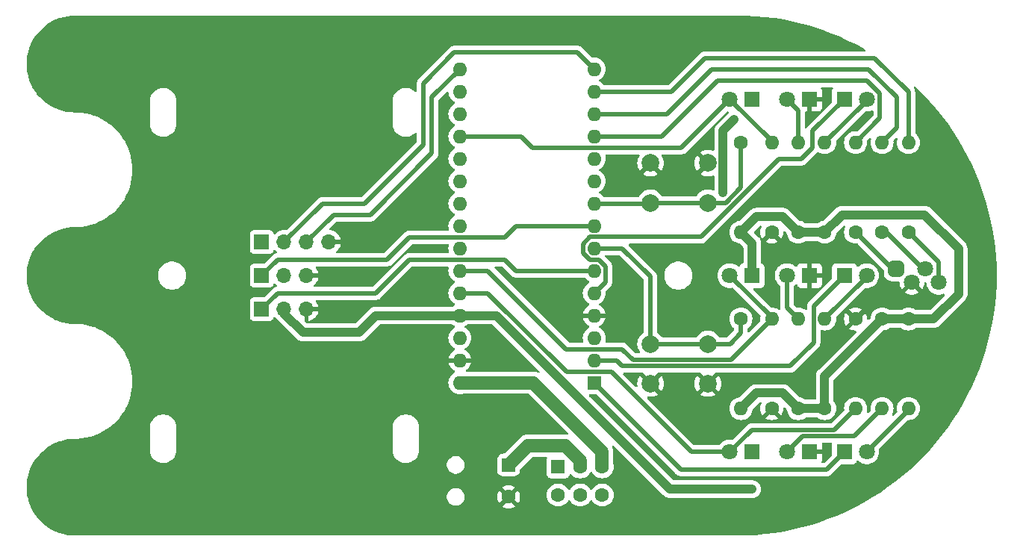
<source format=gtl>
%TF.GenerationSoftware,KiCad,Pcbnew,8.0.0*%
%TF.CreationDate,2024-04-12T21:43:52+10:00*%
%TF.ProjectId,ghost-bot,67686f73-742d-4626-9f74-2e6b69636164,rev?*%
%TF.SameCoordinates,Original*%
%TF.FileFunction,Copper,L1,Top*%
%TF.FilePolarity,Positive*%
%FSLAX46Y46*%
G04 Gerber Fmt 4.6, Leading zero omitted, Abs format (unit mm)*
G04 Created by KiCad (PCBNEW 8.0.0) date 2024-04-12 21:43:52*
%MOMM*%
%LPD*%
G01*
G04 APERTURE LIST*
G04 Aperture macros list*
%AMRoundRect*
0 Rectangle with rounded corners*
0 $1 Rounding radius*
0 $2 $3 $4 $5 $6 $7 $8 $9 X,Y pos of 4 corners*
0 Add a 4 corners polygon primitive as box body*
4,1,4,$2,$3,$4,$5,$6,$7,$8,$9,$2,$3,0*
0 Add four circle primitives for the rounded corners*
1,1,$1+$1,$2,$3*
1,1,$1+$1,$4,$5*
1,1,$1+$1,$6,$7*
1,1,$1+$1,$8,$9*
0 Add four rect primitives between the rounded corners*
20,1,$1+$1,$2,$3,$4,$5,0*
20,1,$1+$1,$4,$5,$6,$7,0*
20,1,$1+$1,$6,$7,$8,$9,0*
20,1,$1+$1,$8,$9,$2,$3,0*%
G04 Aperture macros list end*
%TA.AperFunction,ComponentPad*%
%ADD10R,1.600000X1.600000*%
%TD*%
%TA.AperFunction,ComponentPad*%
%ADD11O,1.600000X1.600000*%
%TD*%
%TA.AperFunction,ComponentPad*%
%ADD12C,1.600000*%
%TD*%
%TA.AperFunction,ComponentPad*%
%ADD13R,1.700000X1.700000*%
%TD*%
%TA.AperFunction,ComponentPad*%
%ADD14O,1.700000X1.700000*%
%TD*%
%TA.AperFunction,ComponentPad*%
%ADD15RoundRect,0.250000X-0.550000X0.550000X-0.550000X-0.550000X0.550000X-0.550000X0.550000X0.550000X0*%
%TD*%
%TA.AperFunction,ComponentPad*%
%ADD16R,1.800000X1.800000*%
%TD*%
%TA.AperFunction,ComponentPad*%
%ADD17C,1.800000*%
%TD*%
%TA.AperFunction,ComponentPad*%
%ADD18C,2.000000*%
%TD*%
%TA.AperFunction,ComponentPad*%
%ADD19RoundRect,0.450000X-0.450000X-0.450000X0.450000X-0.450000X0.450000X0.450000X-0.450000X0.450000X0*%
%TD*%
%TA.AperFunction,ViaPad*%
%ADD20C,1.000000*%
%TD*%
%TA.AperFunction,Conductor*%
%ADD21C,0.500000*%
%TD*%
%TA.AperFunction,Conductor*%
%ADD22C,1.500000*%
%TD*%
%TA.AperFunction,Conductor*%
%ADD23C,1.000000*%
%TD*%
G04 APERTURE END LIST*
D10*
%TO.P,A1,1,D1/TX*%
%TO.N,/LED1*%
X166370000Y-126160000D03*
D11*
%TO.P,A1,2,D0/RX*%
%TO.N,/LED0*%
X166370000Y-123620000D03*
%TO.P,A1,3,~{RESET}*%
%TO.N,unconnected-(A1-~{RESET}-Pad3)*%
X166370000Y-121080000D03*
%TO.P,A1,4,GND*%
%TO.N,GND*%
X166370000Y-118540000D03*
%TO.P,A1,5,D2*%
%TO.N,/LED2*%
X166370000Y-116000000D03*
%TO.P,A1,6,D3*%
%TO.N,/SERVO0*%
X166370000Y-113460000D03*
%TO.P,A1,7,D4*%
%TO.N,/PUSH_BTN0*%
X166370000Y-110920000D03*
%TO.P,A1,8,D5*%
%TO.N,/SERVO1*%
X166370000Y-108380000D03*
%TO.P,A1,9,D6*%
%TO.N,/PUSH_BTN1*%
X166370000Y-105840000D03*
%TO.P,A1,10,D7*%
%TO.N,unconnected-(A1-D7-Pad10)*%
X166370000Y-103300000D03*
%TO.P,A1,11,D8*%
%TO.N,unconnected-(A1-D8-Pad11)*%
X166370000Y-100760000D03*
%TO.P,A1,12,D9*%
%TO.N,/RGB_B*%
X166370000Y-98220000D03*
%TO.P,A1,13,D10*%
%TO.N,/RGB_G*%
X166370000Y-95680000D03*
%TO.P,A1,14,D11*%
%TO.N,/RGB_R*%
X166370000Y-93140000D03*
%TO.P,A1,15,D12*%
%TO.N,/TRIG*%
X166370000Y-90600000D03*
%TO.P,A1,16,D13*%
%TO.N,/ECHO*%
X151130000Y-90600000D03*
%TO.P,A1,17,3V3*%
%TO.N,unconnected-(A1-3V3-Pad17)*%
X151130000Y-93140000D03*
%TO.P,A1,18,AREF*%
%TO.N,unconnected-(A1-AREF-Pad18)*%
X151130000Y-95680000D03*
%TO.P,A1,19,A0*%
%TO.N,/PD0*%
X151130000Y-98220000D03*
%TO.P,A1,20,A1*%
%TO.N,unconnected-(A1-A1-Pad20)*%
X151130000Y-100760000D03*
%TO.P,A1,21,A2*%
%TO.N,unconnected-(A1-A2-Pad21)*%
X151130000Y-103300000D03*
%TO.P,A1,22,A3*%
%TO.N,unconnected-(A1-A3-Pad22)*%
X151130000Y-105840000D03*
%TO.P,A1,23,A4*%
%TO.N,unconnected-(A1-A4-Pad23)*%
X151130000Y-108380000D03*
%TO.P,A1,24,A5*%
%TO.N,unconnected-(A1-A5-Pad24)*%
X151130000Y-110920000D03*
%TO.P,A1,25,A6*%
%TO.N,/PD1*%
X151130000Y-113460000D03*
%TO.P,A1,26,A7*%
%TO.N,/PD2*%
X151130000Y-116000000D03*
%TO.P,A1,27,+5V*%
%TO.N,+5V*%
X151130000Y-118540000D03*
%TO.P,A1,28,~{RESET}*%
%TO.N,unconnected-(A1-~{RESET}-Pad28)*%
X151130000Y-121080000D03*
%TO.P,A1,29,GND*%
%TO.N,GND*%
X151130000Y-123620000D03*
%TO.P,A1,30,VIN*%
%TO.N,+BATT_SW*%
X151130000Y-126160000D03*
%TD*%
D12*
%TO.P,R4,1*%
%TO.N,+5V*%
X202000003Y-118920000D03*
D11*
%TO.P,R4,2*%
%TO.N,Net-(D3-A)*%
X202000003Y-129080000D03*
%TD*%
D13*
%TO.P,J2,1,Pin_1*%
%TO.N,/SERVO1*%
X128660000Y-114000000D03*
D14*
%TO.P,J2,2,Pin_2*%
%TO.N,+5V*%
X131200000Y-114000000D03*
%TO.P,J2,3,Pin_3*%
%TO.N,GND*%
X133740000Y-114000000D03*
%TD*%
D10*
%TO.P,SW3,1,C*%
%TO.N,unconnected-(SW3-C-Pad1)*%
X162269643Y-135684999D03*
D12*
%TO.P,SW3,2,B*%
%TO.N,+BATT*%
X164769643Y-135684999D03*
%TO.P,SW3,3,A*%
%TO.N,+BATT_SW*%
X167269643Y-135684999D03*
%TO.P,SW3,4*%
%TO.N,unconnected-(SW3-Pad4)*%
X162269643Y-138884999D03*
%TO.P,SW3,5*%
%TO.N,unconnected-(SW3-Pad5)*%
X164769643Y-138884999D03*
%TO.P,SW3,6*%
%TO.N,unconnected-(SW3-Pad6)*%
X167269643Y-138884999D03*
%TD*%
%TO.P,R12,1*%
%TO.N,+5V*%
X189500003Y-109080000D03*
D11*
%TO.P,R12,2*%
%TO.N,Net-(D8-A)*%
X189500003Y-98920000D03*
%TD*%
D15*
%TO.P,J4,1,Pin_1*%
%TO.N,+BATT*%
X156652143Y-135484999D03*
D12*
%TO.P,J4,2,Pin_2*%
%TO.N,GND*%
X156652143Y-139084999D03*
%TD*%
%TO.P,R5,1*%
%TO.N,+5V*%
X192500003Y-109080000D03*
D11*
%TO.P,R5,2*%
%TO.N,Net-(D4-A)*%
X192500003Y-98920000D03*
%TD*%
D16*
%TO.P,D4,1,K*%
%TO.N,/LED2*%
X194725003Y-94000000D03*
D17*
%TO.P,D4,2,A*%
%TO.N,Net-(D4-A)*%
X197265003Y-94000000D03*
%TD*%
D12*
%TO.P,R6,1*%
%TO.N,Net-(D1-RA)*%
X202000003Y-109080000D03*
D11*
%TO.P,R6,2*%
%TO.N,/RGB_R*%
X202000003Y-98920000D03*
%TD*%
D12*
%TO.P,R13,1*%
%TO.N,GND*%
X186500003Y-129080000D03*
D11*
%TO.P,R13,2*%
%TO.N,/PD1*%
X186500003Y-118920000D03*
%TD*%
D18*
%TO.P,SW1,1,1*%
%TO.N,GND*%
X179250003Y-126250000D03*
X172750003Y-126250000D03*
%TO.P,SW1,2,2*%
%TO.N,/PUSH_BTN0*%
X179250003Y-121750000D03*
X172750003Y-121750000D03*
%TD*%
D12*
%TO.P,R11,1*%
%TO.N,+5V*%
X189500003Y-129080000D03*
D11*
%TO.P,R11,2*%
%TO.N,Net-(D7-A)*%
X189500003Y-118920000D03*
%TD*%
D12*
%TO.P,R1,1*%
%TO.N,/PUSH_BTN0*%
X183000003Y-118920000D03*
D11*
%TO.P,R1,2*%
%TO.N,+5V*%
X183000003Y-129080000D03*
%TD*%
D12*
%TO.P,R7,1*%
%TO.N,Net-(D1-GA)*%
X199000003Y-109080000D03*
D11*
%TO.P,R7,2*%
%TO.N,/RGB_G*%
X199000003Y-98920000D03*
%TD*%
D19*
%TO.P,D1,1,BA*%
%TO.N,Net-(D1-BA)*%
X200600003Y-113240000D03*
D17*
%TO.P,D1,2,K*%
%TO.N,GND*%
X202378003Y-114764000D03*
%TO.P,D1,3,GA*%
%TO.N,Net-(D1-GA)*%
X203902003Y-113240000D03*
%TO.P,D1,4,RA*%
%TO.N,Net-(D1-RA)*%
X205426003Y-114764000D03*
%TD*%
D18*
%TO.P,SW2,1,1*%
%TO.N,GND*%
X172750003Y-101250000D03*
X179250003Y-101250000D03*
%TO.P,SW2,2,2*%
%TO.N,/PUSH_BTN1*%
X172750003Y-105750000D03*
X179250003Y-105750000D03*
%TD*%
D16*
%TO.P,D2,1,K*%
%TO.N,/LED0*%
X194725003Y-114000000D03*
D17*
%TO.P,D2,2,A*%
%TO.N,Net-(D2-A)*%
X197265003Y-114000000D03*
%TD*%
D12*
%TO.P,R3,1*%
%TO.N,+5V*%
X192500003Y-129080000D03*
D11*
%TO.P,R3,2*%
%TO.N,Net-(D2-A)*%
X192500003Y-118920000D03*
%TD*%
D12*
%TO.P,R14,1*%
%TO.N,GND*%
X196000003Y-118920000D03*
D11*
%TO.P,R14,2*%
%TO.N,/PD2*%
X196000003Y-129080000D03*
%TD*%
D12*
%TO.P,R10,1*%
%TO.N,+5V*%
X199000003Y-118920000D03*
D11*
%TO.P,R10,2*%
%TO.N,Net-(D6-A)*%
X199000003Y-129080000D03*
%TD*%
D13*
%TO.P,J3,1,Pin_1*%
%TO.N,+5V*%
X128660000Y-110190000D03*
D14*
%TO.P,J3,2,Pin_2*%
%TO.N,/TRIG*%
X131200000Y-110190000D03*
%TO.P,J3,3,Pin_3*%
%TO.N,/ECHO*%
X133740000Y-110190000D03*
%TO.P,J3,4,Pin_4*%
%TO.N,GND*%
X136280000Y-110190000D03*
%TD*%
D16*
%TO.P,D3,1,K*%
%TO.N,/LED1*%
X194725003Y-134000000D03*
D17*
%TO.P,D3,2,A*%
%TO.N,Net-(D3-A)*%
X197265003Y-134000000D03*
%TD*%
D12*
%TO.P,R8,1*%
%TO.N,Net-(D1-BA)*%
X196000003Y-109080000D03*
D11*
%TO.P,R8,2*%
%TO.N,/RGB_B*%
X196000003Y-98920000D03*
%TD*%
D12*
%TO.P,R2,1*%
%TO.N,/PUSH_BTN1*%
X183000003Y-98920000D03*
D11*
%TO.P,R2,2*%
%TO.N,+5V*%
X183000003Y-109080000D03*
%TD*%
D13*
%TO.P,J1,1,Pin_1*%
%TO.N,/SERVO0*%
X128660000Y-117810000D03*
D14*
%TO.P,J1,2,Pin_2*%
%TO.N,+5V*%
X131200000Y-117810000D03*
%TO.P,J1,3,Pin_3*%
%TO.N,GND*%
X133740000Y-117810000D03*
%TD*%
D12*
%TO.P,R9,1*%
%TO.N,GND*%
X186500003Y-109080000D03*
D11*
%TO.P,R9,2*%
%TO.N,/PD0*%
X186500003Y-98920000D03*
%TD*%
D16*
%TO.P,D5,1,K*%
%TO.N,+5V*%
X184275003Y-94000000D03*
D17*
%TO.P,D5,2,A*%
%TO.N,/PD0*%
X181735003Y-94000000D03*
%TD*%
D16*
%TO.P,D9,1,K*%
%TO.N,+5V*%
X184275003Y-114000000D03*
D17*
%TO.P,D9,2,A*%
%TO.N,/PD1*%
X181735003Y-114000000D03*
%TD*%
D16*
%TO.P,D7,1,K*%
%TO.N,GND*%
X190775003Y-114000000D03*
D17*
%TO.P,D7,2,A*%
%TO.N,Net-(D7-A)*%
X188235003Y-114000000D03*
%TD*%
D16*
%TO.P,D8,1,K*%
%TO.N,GND*%
X190775003Y-94000000D03*
D17*
%TO.P,D8,2,A*%
%TO.N,Net-(D8-A)*%
X188235003Y-94000000D03*
%TD*%
D16*
%TO.P,D10,1,K*%
%TO.N,+5V*%
X184275003Y-134000000D03*
D17*
%TO.P,D10,2,A*%
%TO.N,/PD2*%
X181735003Y-134000000D03*
%TD*%
D16*
%TO.P,D6,1,K*%
%TO.N,GND*%
X190775003Y-134000000D03*
D17*
%TO.P,D6,2,A*%
%TO.N,Net-(D6-A)*%
X188235003Y-134000000D03*
%TD*%
D20*
%TO.N,+5V*%
X182255000Y-96315000D03*
X184275003Y-138225000D03*
X180985000Y-104570000D03*
%TD*%
D21*
%TO.N,/PD0*%
X186500003Y-98765000D02*
X186500003Y-98920000D01*
X181735003Y-94000000D02*
X186500003Y-98765000D01*
X176245003Y-99490000D02*
X159395000Y-99490000D01*
X158125000Y-98220000D02*
X151130000Y-98220000D01*
X159395000Y-99490000D02*
X158125000Y-98220000D01*
X181735003Y-94000000D02*
X176245003Y-99490000D01*
%TO.N,/LED2*%
X165872233Y-112190000D02*
X165110000Y-111427767D01*
X165110000Y-111427767D02*
X165110000Y-110412233D01*
X191145000Y-97580003D02*
X194725003Y-94000000D01*
X178465000Y-109630000D02*
X187335000Y-100760000D01*
X187335000Y-100760000D02*
X189875000Y-100760000D01*
X165892233Y-109630000D02*
X166380000Y-109630000D01*
X166380000Y-109630000D02*
X178465000Y-109630000D01*
X167650000Y-114720000D02*
X167650000Y-112972233D01*
X166867767Y-112190000D02*
X165872233Y-112190000D01*
X191145000Y-99490000D02*
X191145000Y-97580003D01*
X165110000Y-110412233D02*
X165892233Y-109630000D01*
X166370000Y-116000000D02*
X167650000Y-114720000D01*
X167650000Y-112972233D02*
X166867767Y-112190000D01*
X189875000Y-100760000D02*
X191145000Y-99490000D01*
%TO.N,/SERVO0*%
X157490000Y-113460000D02*
X166370000Y-113460000D01*
X156240000Y-112210000D02*
X157490000Y-113460000D01*
X141615000Y-116000000D02*
X145405000Y-112210000D01*
X145405000Y-112210000D02*
X156240000Y-112210000D01*
X128660000Y-117810000D02*
X130470000Y-116000000D01*
X130470000Y-116000000D02*
X141615000Y-116000000D01*
D22*
%TO.N,+BATT*%
X158852143Y-133284999D02*
X163089078Y-133284999D01*
X156652143Y-135484999D02*
X158852143Y-133284999D01*
X164769643Y-134965564D02*
X164769643Y-135684999D01*
X163089078Y-133284999D02*
X164769643Y-134965564D01*
D21*
%TO.N,/PUSH_BTN0*%
X166370000Y-110920000D02*
X169555000Y-110920000D01*
X172750003Y-121750000D02*
X179250003Y-121750000D01*
X181750003Y-121750000D02*
X183000003Y-120500000D01*
X183000003Y-120500000D02*
X183000003Y-118920000D01*
X172750003Y-114115003D02*
X172750003Y-121750000D01*
X169555000Y-110920000D02*
X172750003Y-114115003D01*
X179250003Y-121750000D02*
X181750003Y-121750000D01*
%TO.N,/TRIG*%
X135550000Y-105840000D02*
X140345000Y-105840000D01*
X150505000Y-88695000D02*
X164465000Y-88695000D01*
X147000000Y-99185000D02*
X147000000Y-92200000D01*
X147000000Y-92200000D02*
X150505000Y-88695000D01*
X131200000Y-110190000D02*
X135550000Y-105840000D01*
X164465000Y-88695000D02*
X166370000Y-90600000D01*
X140345000Y-105840000D02*
X147000000Y-99185000D01*
%TO.N,/PD1*%
X181865003Y-123555000D02*
X186500003Y-118920000D01*
X163205000Y-122350000D02*
X169555000Y-122350000D01*
X169555000Y-122350000D02*
X170760000Y-123555000D01*
X181735003Y-114000000D02*
X186500003Y-118765000D01*
X154315000Y-113460000D02*
X163205000Y-122350000D01*
X186500003Y-118765000D02*
X186500003Y-118920000D01*
X151130000Y-113460000D02*
X154315000Y-113460000D01*
X170760000Y-123555000D02*
X181865003Y-123555000D01*
%TO.N,/ECHO*%
X136820000Y-107110000D02*
X140980000Y-107110000D01*
X140980000Y-107110000D02*
X147965000Y-100125000D01*
X147965000Y-93765000D02*
X151130000Y-90600000D01*
X133740000Y-110190000D02*
X136820000Y-107110000D01*
X147965000Y-100125000D02*
X147965000Y-93765000D01*
%TO.N,/LED0*%
X191250003Y-121609997D02*
X191250003Y-117475000D01*
X166370000Y-123620000D02*
X168920000Y-123620000D01*
X191250003Y-117475000D02*
X194725003Y-114000000D01*
X188605000Y-124255000D02*
X191250003Y-121609997D01*
X169555000Y-124255000D02*
X188605000Y-124255000D01*
X168920000Y-123620000D02*
X169555000Y-124255000D01*
%TO.N,/LED1*%
X166380000Y-126160000D02*
X176220000Y-136000000D01*
X166370000Y-126160000D02*
X166380000Y-126160000D01*
X192725003Y-136000000D02*
X177810000Y-136000000D01*
X194725003Y-134000000D02*
X192725003Y-136000000D01*
X176220000Y-136000000D02*
X177810000Y-136000000D01*
%TO.N,/PUSH_BTN1*%
X183000003Y-104000000D02*
X183000003Y-98920000D01*
X179250003Y-105750000D02*
X181250003Y-105750000D01*
X166370000Y-105840000D02*
X172660003Y-105840000D01*
X172660003Y-105840000D02*
X172750003Y-105750000D01*
X181250003Y-105750000D02*
X183000003Y-104000000D01*
X172750003Y-105750000D02*
X179250003Y-105750000D01*
X179160003Y-105840000D02*
X179250003Y-105750000D01*
%TO.N,/PD2*%
X181735003Y-134000000D02*
X184235003Y-131500000D01*
X184235003Y-131500000D02*
X193580003Y-131500000D01*
X168305000Y-124910000D02*
X177395000Y-134000000D01*
X151130000Y-116000000D02*
X154315000Y-116000000D01*
X177395000Y-134000000D02*
X181735003Y-134000000D01*
X193580003Y-131500000D02*
X196000003Y-129080000D01*
X163225000Y-124910000D02*
X168305000Y-124910000D01*
X154315000Y-116000000D02*
X163225000Y-124910000D01*
D23*
%TO.N,+5V*%
X189500003Y-129080000D02*
X192500003Y-129080000D01*
X184750003Y-127330000D02*
X187750003Y-127330000D01*
X183000003Y-129080000D02*
X184750003Y-127330000D01*
X207677143Y-116097650D02*
X207677143Y-110942143D01*
X184275003Y-138225000D02*
X174952500Y-138225000D01*
X202000003Y-118920000D02*
X204854793Y-118920000D01*
X187750003Y-107330000D02*
X189500003Y-109080000D01*
X207677143Y-110942143D02*
X203845000Y-107110000D01*
X174952500Y-138225000D02*
X155267500Y-118540000D01*
X141615000Y-118540000D02*
X151130000Y-118540000D01*
X189500003Y-109080000D02*
X192500003Y-109080000D01*
X184750003Y-107330000D02*
X187750003Y-107330000D01*
X199000003Y-118920000D02*
X202000003Y-118920000D01*
X203845000Y-107110000D02*
X194470003Y-107110000D01*
X184275003Y-110355000D02*
X184275003Y-114000000D01*
X192500003Y-125420000D02*
X199000003Y-118920000D01*
X139710000Y-120445000D02*
X141615000Y-118540000D01*
X131200000Y-118285000D02*
X133360000Y-120445000D01*
X194470003Y-107110000D02*
X192500003Y-109080000D01*
X183000003Y-109080000D02*
X184750003Y-107330000D01*
X133360000Y-120445000D02*
X139710000Y-120445000D01*
X155267500Y-118540000D02*
X151130000Y-118540000D01*
X131200000Y-117810000D02*
X131200000Y-118285000D01*
X180985000Y-104570000D02*
X180985000Y-97585000D01*
X183000003Y-109080000D02*
X184275003Y-110355000D01*
X204854793Y-118920000D02*
X207677143Y-116097650D01*
X192500003Y-129080000D02*
X192500003Y-125420000D01*
X180985000Y-97585000D02*
X182255000Y-96315000D01*
X187750003Y-127330000D02*
X189500003Y-129080000D01*
D21*
%TO.N,/SERVO1*%
X128660000Y-114000000D02*
X130470000Y-112190000D01*
X142885000Y-112190000D02*
X145425000Y-109650000D01*
X145425000Y-109650000D02*
X156220000Y-109650000D01*
X156220000Y-109650000D02*
X157490000Y-108380000D01*
X157490000Y-108380000D02*
X166370000Y-108380000D01*
X130470000Y-112190000D02*
X142885000Y-112190000D01*
%TO.N,Net-(D2-A)*%
X197265003Y-114155000D02*
X197265003Y-114000000D01*
X192500003Y-118920000D02*
X197265003Y-114155000D01*
%TO.N,Net-(D3-A)*%
X202000003Y-129265000D02*
X202000003Y-129080000D01*
X197265003Y-134000000D02*
X202000003Y-129265000D01*
%TO.N,Net-(D4-A)*%
X192500003Y-98920000D02*
X197265003Y-94155000D01*
X197265003Y-94155000D02*
X197265003Y-94000000D01*
%TO.N,/RGB_R*%
X166370000Y-93140000D02*
X175140000Y-93140000D01*
X175140000Y-93140000D02*
X178950000Y-89330000D01*
X198130000Y-89330000D02*
X202000003Y-93200003D01*
X202000003Y-93200003D02*
X202000003Y-98920000D01*
X178950000Y-89330000D02*
X198130000Y-89330000D01*
%TO.N,Net-(D6-A)*%
X195880003Y-132200000D02*
X199000003Y-129080000D01*
X188235003Y-134000000D02*
X190035003Y-132200000D01*
X190035003Y-132200000D02*
X195880003Y-132200000D01*
D22*
%TO.N,+BATT_SW*%
X167269643Y-133965564D02*
X167269643Y-135684999D01*
X159464079Y-126160000D02*
X167269643Y-133965564D01*
X151130000Y-126160000D02*
X159464079Y-126160000D01*
D21*
%TO.N,/RGB_B*%
X198765000Y-96155003D02*
X198765000Y-93365404D01*
X166370000Y-98220000D02*
X174000000Y-98220000D01*
X180350000Y-91870000D02*
X174000000Y-98220000D01*
X198765000Y-93365404D02*
X197269596Y-91870000D01*
X196000003Y-98920000D02*
X198765000Y-96155003D01*
X197269596Y-91870000D02*
X180350000Y-91870000D01*
%TO.N,/RGB_G*%
X199000003Y-98920000D02*
X200670000Y-97250003D01*
X179715000Y-90600000D02*
X174635000Y-95680000D01*
X200670000Y-93775000D02*
X197495000Y-90600000D01*
X166370000Y-95680000D02*
X174635000Y-95680000D01*
X197495000Y-90600000D02*
X179715000Y-90600000D01*
X200670000Y-97250003D02*
X200670000Y-93775000D01*
%TO.N,Net-(D1-BA)*%
X196000003Y-109080000D02*
X200160003Y-113240000D01*
X200160003Y-113240000D02*
X200600003Y-113240000D01*
%TO.N,Net-(D1-RA)*%
X202000003Y-109080000D02*
X205426003Y-112506000D01*
X205426003Y-112506000D02*
X205426003Y-114764000D01*
%TO.N,Net-(D1-GA)*%
X203632144Y-113240000D02*
X203902003Y-113240000D01*
X199472144Y-109080000D02*
X203632144Y-113240000D01*
X199000003Y-109080000D02*
X199472144Y-109080000D01*
%TO.N,Net-(D7-A)*%
X188235003Y-114000000D02*
X188235003Y-117655000D01*
X188235003Y-117655000D02*
X189500003Y-118920000D01*
%TO.N,Net-(D8-A)*%
X189500003Y-95265000D02*
X189500003Y-98920000D01*
X188235003Y-94000000D02*
X189500003Y-95265000D01*
%TD*%
%TA.AperFunction,Conductor*%
%TO.N,GND*%
G36*
X182501152Y-84500520D02*
G01*
X183575131Y-84520139D01*
X183579611Y-84520303D01*
X184651093Y-84579074D01*
X184655573Y-84579402D01*
X185724159Y-84677263D01*
X185728610Y-84677753D01*
X186655232Y-84796876D01*
X186792931Y-84814579D01*
X186797412Y-84815239D01*
X186864695Y-84826400D01*
X187855960Y-84990833D01*
X187860386Y-84991650D01*
X188911915Y-85205808D01*
X188916244Y-85206772D01*
X189959254Y-85459192D01*
X189963554Y-85460317D01*
X190996628Y-85750656D01*
X191000921Y-85751948D01*
X192022676Y-86079815D01*
X192026897Y-86081255D01*
X193036021Y-86446228D01*
X193040208Y-86447829D01*
X194035351Y-86849423D01*
X194039445Y-86851164D01*
X195019198Y-87288809D01*
X195023270Y-87290717D01*
X195588148Y-87568216D01*
X195986378Y-87763848D01*
X195990407Y-87765919D01*
X196935591Y-88273908D01*
X196939541Y-88276125D01*
X197063140Y-88348492D01*
X197111047Y-88399352D01*
X197123851Y-88468038D01*
X197097489Y-88532744D01*
X197040329Y-88572925D01*
X197000487Y-88579500D01*
X178876076Y-88579500D01*
X178847242Y-88585234D01*
X178847243Y-88585235D01*
X178731092Y-88608339D01*
X178731086Y-88608341D01*
X178700326Y-88621083D01*
X178594506Y-88664914D01*
X178512372Y-88719795D01*
X178471585Y-88747047D01*
X178471581Y-88747050D01*
X174865451Y-92353181D01*
X174804128Y-92386666D01*
X174777770Y-92389500D01*
X167496663Y-92389500D01*
X167429624Y-92369815D01*
X167395088Y-92336623D01*
X167370045Y-92300858D01*
X167209141Y-92139954D01*
X167022734Y-92009432D01*
X167022728Y-92009429D01*
X166964725Y-91982382D01*
X166912285Y-91936210D01*
X166893133Y-91869017D01*
X166913348Y-91802135D01*
X166964725Y-91757618D01*
X167022734Y-91730568D01*
X167209139Y-91600047D01*
X167370047Y-91439139D01*
X167500568Y-91252734D01*
X167596739Y-91046496D01*
X167655635Y-90826692D01*
X167675468Y-90600000D01*
X167655635Y-90373308D01*
X167596739Y-90153504D01*
X167500568Y-89947266D01*
X167370047Y-89760861D01*
X167370045Y-89760858D01*
X167209141Y-89599954D01*
X167022734Y-89469432D01*
X167022732Y-89469431D01*
X166816497Y-89373261D01*
X166816488Y-89373258D01*
X166596697Y-89314366D01*
X166596693Y-89314365D01*
X166596692Y-89314365D01*
X166596691Y-89314364D01*
X166596686Y-89314364D01*
X166370002Y-89294532D01*
X166369997Y-89294532D01*
X166203137Y-89309129D01*
X166134637Y-89295362D01*
X166104650Y-89273282D01*
X164943421Y-88112052D01*
X164943420Y-88112051D01*
X164943414Y-88112047D01*
X164846024Y-88046974D01*
X164820495Y-88029916D01*
X164820493Y-88029915D01*
X164820488Y-88029912D01*
X164683917Y-87973343D01*
X164683907Y-87973340D01*
X164538920Y-87944500D01*
X164538918Y-87944500D01*
X150431082Y-87944500D01*
X150431076Y-87944500D01*
X150402242Y-87950234D01*
X150402243Y-87950235D01*
X150286093Y-87973339D01*
X150286083Y-87973342D01*
X150206081Y-88006479D01*
X150206082Y-88006480D01*
X150149505Y-88029915D01*
X150067372Y-88084795D01*
X150026585Y-88112047D01*
X150026581Y-88112050D01*
X146417048Y-91721583D01*
X146395562Y-91753740D01*
X146374219Y-91785684D01*
X146354567Y-91815094D01*
X146334916Y-91844504D01*
X146334912Y-91844511D01*
X146278343Y-91981082D01*
X146278340Y-91981092D01*
X146249500Y-92126079D01*
X146249500Y-93078111D01*
X146229815Y-93145150D01*
X146177011Y-93190905D01*
X146107853Y-93200849D01*
X146044297Y-93171824D01*
X146037819Y-93165792D01*
X145977512Y-93105485D01*
X145977510Y-93105483D01*
X145786433Y-92966657D01*
X145724146Y-92934920D01*
X145575996Y-92859433D01*
X145351368Y-92786446D01*
X145118097Y-92749500D01*
X145118092Y-92749500D01*
X144881908Y-92749500D01*
X144881903Y-92749500D01*
X144648631Y-92786446D01*
X144424003Y-92859433D01*
X144213566Y-92966657D01*
X144150995Y-93012118D01*
X144022490Y-93105483D01*
X144022488Y-93105485D01*
X144022487Y-93105485D01*
X143855485Y-93272487D01*
X143855485Y-93272488D01*
X143855483Y-93272490D01*
X143817829Y-93324316D01*
X143716657Y-93463566D01*
X143609433Y-93674003D01*
X143536446Y-93898631D01*
X143499500Y-94131902D01*
X143499500Y-96868097D01*
X143536446Y-97101368D01*
X143609433Y-97325996D01*
X143697249Y-97498343D01*
X143716657Y-97536433D01*
X143855483Y-97727510D01*
X144022490Y-97894517D01*
X144213567Y-98033343D01*
X144306826Y-98080861D01*
X144424003Y-98140566D01*
X144424005Y-98140566D01*
X144424008Y-98140568D01*
X144544412Y-98179689D01*
X144648631Y-98213553D01*
X144881903Y-98250500D01*
X144881908Y-98250500D01*
X145118097Y-98250500D01*
X145351368Y-98213553D01*
X145575992Y-98140568D01*
X145786433Y-98033343D01*
X145977510Y-97894517D01*
X146037819Y-97834208D01*
X146099142Y-97800723D01*
X146168834Y-97805707D01*
X146224767Y-97847579D01*
X146249184Y-97913043D01*
X146249500Y-97921889D01*
X146249500Y-98822770D01*
X146229815Y-98889809D01*
X146213181Y-98910451D01*
X140070451Y-105053181D01*
X140009128Y-105086666D01*
X139982770Y-105089500D01*
X135476080Y-105089500D01*
X135331092Y-105118340D01*
X135331082Y-105118343D01*
X135194509Y-105174913D01*
X135194507Y-105174914D01*
X135153645Y-105202218D01*
X135153643Y-105202219D01*
X135071589Y-105257043D01*
X135071584Y-105257047D01*
X131511500Y-108817130D01*
X131450177Y-108850615D01*
X131413012Y-108852977D01*
X131200002Y-108834341D01*
X131199999Y-108834341D01*
X130964596Y-108854936D01*
X130964586Y-108854938D01*
X130736344Y-108916094D01*
X130736335Y-108916098D01*
X130522171Y-109015964D01*
X130522169Y-109015965D01*
X130328600Y-109151503D01*
X130206673Y-109273430D01*
X130145350Y-109306914D01*
X130075658Y-109301930D01*
X130019725Y-109260058D01*
X130002810Y-109229081D01*
X129953797Y-109097671D01*
X129953793Y-109097664D01*
X129867547Y-108982455D01*
X129867544Y-108982452D01*
X129752335Y-108896206D01*
X129752328Y-108896202D01*
X129617482Y-108845908D01*
X129617483Y-108845908D01*
X129557883Y-108839501D01*
X129557881Y-108839500D01*
X129557873Y-108839500D01*
X129557864Y-108839500D01*
X127762129Y-108839500D01*
X127762123Y-108839501D01*
X127702516Y-108845908D01*
X127567671Y-108896202D01*
X127567664Y-108896206D01*
X127452455Y-108982452D01*
X127452452Y-108982455D01*
X127366206Y-109097664D01*
X127366202Y-109097671D01*
X127315908Y-109232517D01*
X127309501Y-109292116D01*
X127309500Y-109292135D01*
X127309500Y-111087870D01*
X127309501Y-111087876D01*
X127315908Y-111147483D01*
X127366202Y-111282328D01*
X127366206Y-111282335D01*
X127452452Y-111397544D01*
X127452455Y-111397547D01*
X127567664Y-111483793D01*
X127567671Y-111483797D01*
X127702517Y-111534091D01*
X127702516Y-111534091D01*
X127709444Y-111534835D01*
X127762127Y-111540500D01*
X129557872Y-111540499D01*
X129617483Y-111534091D01*
X129752331Y-111483796D01*
X129806291Y-111443400D01*
X129854486Y-111425424D01*
X129863636Y-111402767D01*
X129867542Y-111397548D01*
X129867546Y-111397546D01*
X129953796Y-111282331D01*
X130002810Y-111150916D01*
X130044681Y-111094984D01*
X130110145Y-111070566D01*
X130178418Y-111085417D01*
X130206673Y-111106569D01*
X130328597Y-111228493D01*
X130328603Y-111228498D01*
X130340355Y-111236727D01*
X130383980Y-111291304D01*
X130391174Y-111360802D01*
X130359651Y-111423157D01*
X130299421Y-111458571D01*
X130293425Y-111459919D01*
X130251092Y-111468340D01*
X130251083Y-111468342D01*
X130171081Y-111501479D01*
X130171082Y-111501480D01*
X130114506Y-111524915D01*
X130049702Y-111568216D01*
X130049698Y-111568218D01*
X130031788Y-111580184D01*
X129988542Y-111593722D01*
X129979870Y-111616977D01*
X129968282Y-111630349D01*
X128985450Y-112613181D01*
X128924127Y-112646666D01*
X128897769Y-112649500D01*
X127762129Y-112649500D01*
X127762123Y-112649501D01*
X127702516Y-112655908D01*
X127567671Y-112706202D01*
X127567664Y-112706206D01*
X127452455Y-112792452D01*
X127452452Y-112792455D01*
X127366206Y-112907664D01*
X127366202Y-112907671D01*
X127315908Y-113042517D01*
X127309501Y-113102116D01*
X127309500Y-113102135D01*
X127309500Y-114897870D01*
X127309501Y-114897876D01*
X127315908Y-114957483D01*
X127366202Y-115092328D01*
X127366206Y-115092335D01*
X127452452Y-115207544D01*
X127452455Y-115207547D01*
X127567664Y-115293793D01*
X127567671Y-115293797D01*
X127702517Y-115344091D01*
X127702516Y-115344091D01*
X127709444Y-115344835D01*
X127762127Y-115350500D01*
X129557872Y-115350499D01*
X129617483Y-115344091D01*
X129752331Y-115293796D01*
X129806291Y-115253400D01*
X129854486Y-115235424D01*
X129863636Y-115212767D01*
X129867542Y-115207548D01*
X129867546Y-115207546D01*
X129953796Y-115092331D01*
X130002810Y-114960916D01*
X130044681Y-114904984D01*
X130110145Y-114880566D01*
X130178418Y-114895417D01*
X130206673Y-114916569D01*
X130328597Y-115038493D01*
X130328604Y-115038499D01*
X130340357Y-115046729D01*
X130383981Y-115101307D01*
X130391172Y-115170806D01*
X130359648Y-115233160D01*
X130299417Y-115268572D01*
X130293424Y-115269919D01*
X130251091Y-115278339D01*
X130251089Y-115278340D01*
X130191675Y-115302951D01*
X130114508Y-115334914D01*
X130114505Y-115334915D01*
X130114505Y-115334916D01*
X130096022Y-115347266D01*
X130062136Y-115369908D01*
X130062134Y-115369909D01*
X130031790Y-115390183D01*
X129988542Y-115403723D01*
X129979870Y-115426977D01*
X129968282Y-115440349D01*
X128985450Y-116423181D01*
X128924127Y-116456666D01*
X128897769Y-116459500D01*
X127762129Y-116459500D01*
X127762123Y-116459501D01*
X127702516Y-116465908D01*
X127567671Y-116516202D01*
X127567664Y-116516206D01*
X127452455Y-116602452D01*
X127452452Y-116602455D01*
X127366206Y-116717664D01*
X127366202Y-116717671D01*
X127315908Y-116852517D01*
X127309501Y-116912116D01*
X127309500Y-116912135D01*
X127309500Y-118707870D01*
X127309501Y-118707876D01*
X127315908Y-118767483D01*
X127366202Y-118902328D01*
X127366206Y-118902335D01*
X127452452Y-119017544D01*
X127452455Y-119017547D01*
X127567664Y-119103793D01*
X127567671Y-119103797D01*
X127702517Y-119154091D01*
X127702516Y-119154091D01*
X127709444Y-119154835D01*
X127762127Y-119160500D01*
X129557872Y-119160499D01*
X129617483Y-119154091D01*
X129752331Y-119103796D01*
X129867546Y-119017546D01*
X129953796Y-118902331D01*
X130002810Y-118770916D01*
X130044681Y-118714984D01*
X130110145Y-118690566D01*
X130178418Y-118705417D01*
X130206670Y-118726566D01*
X130270104Y-118790000D01*
X130328600Y-118848496D01*
X130393403Y-118893871D01*
X130417942Y-118918946D01*
X130419001Y-118918078D01*
X130422860Y-118922781D01*
X130422861Y-118922782D01*
X130562218Y-119062139D01*
X130562219Y-119062139D01*
X130569286Y-119069206D01*
X130569285Y-119069206D01*
X130569288Y-119069208D01*
X132582860Y-121082781D01*
X132582861Y-121082782D01*
X132663415Y-121163336D01*
X132722219Y-121222140D01*
X132886079Y-121331628D01*
X132886092Y-121331635D01*
X133014833Y-121384961D01*
X133057744Y-121402735D01*
X133068164Y-121407051D01*
X133164812Y-121426275D01*
X133213135Y-121435887D01*
X133261458Y-121445500D01*
X133261459Y-121445500D01*
X139808542Y-121445500D01*
X139827870Y-121441655D01*
X139905188Y-121426275D01*
X140001836Y-121407051D01*
X140055165Y-121384961D01*
X140183914Y-121331632D01*
X140347782Y-121222139D01*
X140487139Y-121082782D01*
X140487140Y-121082779D01*
X140494206Y-121075714D01*
X140494208Y-121075710D01*
X141993101Y-119576819D01*
X142054424Y-119543334D01*
X142080782Y-119540500D01*
X150252412Y-119540500D01*
X150319451Y-119560185D01*
X150323523Y-119562917D01*
X150477266Y-119670568D01*
X150534681Y-119697341D01*
X150535275Y-119697618D01*
X150587714Y-119743791D01*
X150606866Y-119810984D01*
X150586650Y-119877865D01*
X150535275Y-119922382D01*
X150477267Y-119949431D01*
X150477265Y-119949432D01*
X150290858Y-120079954D01*
X150129954Y-120240858D01*
X149999432Y-120427265D01*
X149999431Y-120427267D01*
X149903261Y-120633502D01*
X149903258Y-120633511D01*
X149844366Y-120853302D01*
X149844364Y-120853313D01*
X149824532Y-121079998D01*
X149824532Y-121080001D01*
X149844364Y-121306686D01*
X149844366Y-121306697D01*
X149903258Y-121526488D01*
X149903261Y-121526497D01*
X149999431Y-121732732D01*
X149999432Y-121732734D01*
X150129954Y-121919141D01*
X150290858Y-122080045D01*
X150290861Y-122080047D01*
X150477266Y-122210568D01*
X150535865Y-122237893D01*
X150588305Y-122284065D01*
X150607457Y-122351258D01*
X150587242Y-122418139D01*
X150535867Y-122462657D01*
X150477515Y-122489867D01*
X150291179Y-122620342D01*
X150130342Y-122781179D01*
X149999865Y-122967517D01*
X149903734Y-123173673D01*
X149903730Y-123173682D01*
X149851127Y-123369999D01*
X149851128Y-123370000D01*
X150696988Y-123370000D01*
X150664075Y-123427007D01*
X150630000Y-123554174D01*
X150630000Y-123685826D01*
X150664075Y-123812993D01*
X150696988Y-123870000D01*
X149851128Y-123870000D01*
X149903730Y-124066317D01*
X149903734Y-124066326D01*
X149999865Y-124272482D01*
X150130342Y-124458820D01*
X150291179Y-124619657D01*
X150477518Y-124750134D01*
X150477520Y-124750135D01*
X150535865Y-124777342D01*
X150588305Y-124823514D01*
X150607457Y-124890707D01*
X150587242Y-124957589D01*
X150535867Y-125002105D01*
X150525451Y-125006963D01*
X150477264Y-125029433D01*
X150290858Y-125159954D01*
X150129954Y-125320858D01*
X149999432Y-125507265D01*
X149999431Y-125507267D01*
X149903261Y-125713502D01*
X149903258Y-125713511D01*
X149844366Y-125933302D01*
X149844364Y-125933313D01*
X149824532Y-126159998D01*
X149824532Y-126160001D01*
X149844364Y-126386686D01*
X149844366Y-126386697D01*
X149903258Y-126606488D01*
X149903261Y-126606497D01*
X149999431Y-126812732D01*
X149999432Y-126812734D01*
X150129954Y-126999141D01*
X150290858Y-127160045D01*
X150290861Y-127160047D01*
X150477266Y-127290568D01*
X150683504Y-127386739D01*
X150903308Y-127445635D01*
X151065230Y-127459801D01*
X151129998Y-127465468D01*
X151130000Y-127465468D01*
X151130002Y-127465468D01*
X151186796Y-127460499D01*
X151356692Y-127445635D01*
X151472050Y-127414724D01*
X151504143Y-127410500D01*
X158894743Y-127410500D01*
X158961782Y-127430185D01*
X158982424Y-127446819D01*
X163372252Y-131836647D01*
X163405737Y-131897970D01*
X163400753Y-131967662D01*
X163358881Y-132023595D01*
X163293417Y-132048012D01*
X163265173Y-132046801D01*
X163187500Y-132034499D01*
X163187495Y-132034499D01*
X158753726Y-132034499D01*
X158753721Y-132034499D01*
X158568011Y-132063913D01*
X158560305Y-132065133D01*
X158559310Y-132065291D01*
X158372112Y-132126116D01*
X158196737Y-132215475D01*
X158105884Y-132281484D01*
X158037497Y-132331171D01*
X158037495Y-132331173D01*
X158037494Y-132331173D01*
X156220486Y-134148180D01*
X156159163Y-134181665D01*
X156132806Y-134184499D01*
X156052142Y-134184499D01*
X156052123Y-134184500D01*
X155949346Y-134194999D01*
X155949343Y-134195000D01*
X155782811Y-134250184D01*
X155782806Y-134250186D01*
X155633485Y-134342288D01*
X155509432Y-134466341D01*
X155417330Y-134615662D01*
X155417328Y-134615667D01*
X155398417Y-134672738D01*
X155362144Y-134782202D01*
X155362144Y-134782203D01*
X155362143Y-134782203D01*
X155351643Y-134884982D01*
X155351643Y-136085000D01*
X155351644Y-136085017D01*
X155362143Y-136187795D01*
X155362144Y-136187798D01*
X155406819Y-136322615D01*
X155417329Y-136354333D01*
X155509431Y-136503655D01*
X155633487Y-136627711D01*
X155782809Y-136719813D01*
X155949346Y-136774998D01*
X156052134Y-136785499D01*
X157252151Y-136785498D01*
X157354940Y-136774998D01*
X157521477Y-136719813D01*
X157670799Y-136627711D01*
X157794855Y-136503655D01*
X157886957Y-136354333D01*
X157942142Y-136187796D01*
X157952643Y-136085008D01*
X157952642Y-136004333D01*
X157972326Y-135937296D01*
X157988956Y-135916658D01*
X159333798Y-134571818D01*
X159395121Y-134538333D01*
X159421479Y-134535499D01*
X160887225Y-134535499D01*
X160954264Y-134555184D01*
X161000019Y-134607988D01*
X161009963Y-134677146D01*
X161003407Y-134702832D01*
X160975551Y-134777516D01*
X160969144Y-134837115D01*
X160969143Y-134837134D01*
X160969143Y-136532869D01*
X160969144Y-136532875D01*
X160975551Y-136592482D01*
X161025845Y-136727327D01*
X161025849Y-136727334D01*
X161112095Y-136842543D01*
X161112098Y-136842546D01*
X161227307Y-136928792D01*
X161227314Y-136928796D01*
X161362160Y-136979090D01*
X161362159Y-136979090D01*
X161369087Y-136979834D01*
X161421770Y-136985499D01*
X163117515Y-136985498D01*
X163177126Y-136979090D01*
X163311974Y-136928795D01*
X163427189Y-136842545D01*
X163513439Y-136727330D01*
X163563734Y-136592482D01*
X163563735Y-136592471D01*
X163565008Y-136587087D01*
X163599576Y-136526368D01*
X163661484Y-136493977D01*
X163731076Y-136500198D01*
X163773368Y-136527911D01*
X163930501Y-136685044D01*
X163930504Y-136685046D01*
X164116909Y-136815567D01*
X164323147Y-136911738D01*
X164542951Y-136970634D01*
X164704873Y-136984800D01*
X164769641Y-136990467D01*
X164769643Y-136990467D01*
X164769645Y-136990467D01*
X164826450Y-136985497D01*
X164996335Y-136970634D01*
X165216139Y-136911738D01*
X165422377Y-136815567D01*
X165608782Y-136685046D01*
X165769690Y-136524138D01*
X165900211Y-136337733D01*
X165907261Y-136322613D01*
X165953432Y-136270175D01*
X166020625Y-136251022D01*
X166087507Y-136271237D01*
X166132024Y-136322613D01*
X166139075Y-136337732D01*
X166139075Y-136337733D01*
X166269597Y-136524140D01*
X166430501Y-136685044D01*
X166430504Y-136685046D01*
X166616909Y-136815567D01*
X166823147Y-136911738D01*
X167042951Y-136970634D01*
X167204873Y-136984800D01*
X167269641Y-136990467D01*
X167269643Y-136990467D01*
X167269645Y-136990467D01*
X167326450Y-136985497D01*
X167496335Y-136970634D01*
X167716139Y-136911738D01*
X167922377Y-136815567D01*
X168108782Y-136685046D01*
X168269690Y-136524138D01*
X168400211Y-136337733D01*
X168496382Y-136131495D01*
X168555278Y-135911691D01*
X168575111Y-135684999D01*
X168555278Y-135458307D01*
X168524368Y-135342948D01*
X168520143Y-135310855D01*
X168520143Y-133867142D01*
X168503969Y-133765025D01*
X168497423Y-133723694D01*
X168489352Y-133672737D01*
X168453397Y-133562081D01*
X168447425Y-133543700D01*
X168428528Y-133485541D01*
X168400011Y-133429573D01*
X168387115Y-133360904D01*
X168413391Y-133296163D01*
X168470498Y-133255906D01*
X168540303Y-133252914D01*
X168598177Y-133285597D01*
X174172235Y-138859655D01*
X174172264Y-138859686D01*
X174314714Y-139002136D01*
X174314718Y-139002139D01*
X174478579Y-139111628D01*
X174478592Y-139111635D01*
X174607333Y-139164961D01*
X174642060Y-139179345D01*
X174660664Y-139187051D01*
X174757312Y-139206275D01*
X174781181Y-139211023D01*
X174853958Y-139225500D01*
X174853959Y-139225500D01*
X174853960Y-139225500D01*
X175051040Y-139225500D01*
X184219759Y-139225500D01*
X184231912Y-139226096D01*
X184275003Y-139230341D01*
X184318093Y-139226096D01*
X184330247Y-139225500D01*
X184373545Y-139225500D01*
X184389457Y-139222334D01*
X184416008Y-139217053D01*
X184428040Y-139215268D01*
X184471135Y-139211024D01*
X184512583Y-139198450D01*
X184524356Y-139195500D01*
X184566838Y-139187051D01*
X184606850Y-139170476D01*
X184618283Y-139166386D01*
X184659730Y-139153814D01*
X184697921Y-139133399D01*
X184708909Y-139128202D01*
X184748917Y-139111632D01*
X184784941Y-139087560D01*
X184795354Y-139081320D01*
X184821594Y-139067295D01*
X184833538Y-139060912D01*
X184833542Y-139060909D01*
X184867008Y-139033444D01*
X184876785Y-139026193D01*
X184912784Y-139002140D01*
X184912786Y-139002138D01*
X184912788Y-139002136D01*
X184943411Y-138971512D01*
X184952405Y-138963359D01*
X184985886Y-138935883D01*
X185013362Y-138902402D01*
X185021515Y-138893408D01*
X185052142Y-138862782D01*
X185054232Y-138859655D01*
X185076196Y-138826782D01*
X185083447Y-138817005D01*
X185110912Y-138783539D01*
X185110915Y-138783535D01*
X185117298Y-138771591D01*
X185131323Y-138745351D01*
X185137563Y-138734938D01*
X185161635Y-138698914D01*
X185178205Y-138658906D01*
X185183402Y-138647918D01*
X185203817Y-138609727D01*
X185216389Y-138568280D01*
X185220479Y-138556847D01*
X185237054Y-138516835D01*
X185245503Y-138474353D01*
X185248453Y-138462580D01*
X185261027Y-138421132D01*
X185265271Y-138378037D01*
X185267057Y-138365999D01*
X185275503Y-138323541D01*
X185275503Y-138280244D01*
X185276100Y-138268090D01*
X185278139Y-138247385D01*
X185280344Y-138225000D01*
X185276100Y-138181908D01*
X185275503Y-138169754D01*
X185275503Y-138126458D01*
X185268371Y-138090606D01*
X185267055Y-138083990D01*
X185265271Y-138071961D01*
X185262700Y-138045860D01*
X185261027Y-138028868D01*
X185248451Y-137987414D01*
X185245502Y-137975640D01*
X185237054Y-137933165D01*
X185220483Y-137893160D01*
X185216385Y-137881706D01*
X185203817Y-137840273D01*
X185183407Y-137802091D01*
X185178204Y-137791090D01*
X185161635Y-137751086D01*
X185137575Y-137715078D01*
X185131319Y-137704640D01*
X185110914Y-137666464D01*
X185110913Y-137666462D01*
X185083441Y-137632988D01*
X185076197Y-137623219D01*
X185052143Y-137587219D01*
X185052139Y-137587214D01*
X185021523Y-137556599D01*
X185013349Y-137547581D01*
X184985887Y-137514118D01*
X184952419Y-137486651D01*
X184943404Y-137478479D01*
X184912790Y-137447865D01*
X184912786Y-137447862D01*
X184876775Y-137423799D01*
X184867005Y-137416552D01*
X184833546Y-137389094D01*
X184833538Y-137389088D01*
X184816439Y-137379948D01*
X184795353Y-137368678D01*
X184784921Y-137362425D01*
X184748921Y-137338370D01*
X184748917Y-137338368D01*
X184708918Y-137321800D01*
X184697916Y-137316597D01*
X184659732Y-137296187D01*
X184659731Y-137296186D01*
X184659730Y-137296186D01*
X184618280Y-137283612D01*
X184606837Y-137279517D01*
X184566837Y-137262948D01*
X184566830Y-137262946D01*
X184524381Y-137254503D01*
X184512578Y-137251547D01*
X184471137Y-137238976D01*
X184471133Y-137238975D01*
X184428038Y-137234730D01*
X184416009Y-137232945D01*
X184373547Y-137224500D01*
X184373544Y-137224500D01*
X184330247Y-137224500D01*
X184318093Y-137223903D01*
X184275003Y-137219659D01*
X184231913Y-137223903D01*
X184219759Y-137224500D01*
X175418282Y-137224500D01*
X175351243Y-137204815D01*
X175330601Y-137188181D01*
X165814600Y-127672180D01*
X165781115Y-127610857D01*
X165786099Y-127541165D01*
X165827971Y-127485232D01*
X165893435Y-127460815D01*
X165902281Y-127460499D01*
X166567769Y-127460499D01*
X166634808Y-127480184D01*
X166655450Y-127496818D01*
X175637048Y-136478415D01*
X175637049Y-136478416D01*
X175691502Y-136532869D01*
X175741585Y-136582952D01*
X175864498Y-136665080D01*
X175864511Y-136665087D01*
X175996628Y-136719811D01*
X176001087Y-136721658D01*
X176001091Y-136721658D01*
X176001092Y-136721659D01*
X176146079Y-136750500D01*
X176146082Y-136750500D01*
X192798923Y-136750500D01*
X192896465Y-136731096D01*
X192943916Y-136721658D01*
X193080498Y-136665084D01*
X193136431Y-136627711D01*
X193136431Y-136627710D01*
X193136433Y-136627710D01*
X193169925Y-136605331D01*
X193203419Y-136582952D01*
X194349551Y-135436817D01*
X194410874Y-135403333D01*
X194437232Y-135400499D01*
X195672874Y-135400499D01*
X195672875Y-135400499D01*
X195732486Y-135394091D01*
X195867334Y-135343796D01*
X195982549Y-135257546D01*
X196068799Y-135142331D01*
X196079560Y-135113480D01*
X196097458Y-135065493D01*
X196139329Y-135009559D01*
X196204793Y-134985141D01*
X196273066Y-134999992D01*
X196304869Y-135024843D01*
X196312305Y-135032920D01*
X196313218Y-135033912D01*
X196313225Y-135033918D01*
X196496368Y-135176464D01*
X196496374Y-135176468D01*
X196496377Y-135176470D01*
X196700500Y-135286936D01*
X196770174Y-135310855D01*
X196920018Y-135362297D01*
X196920020Y-135362297D01*
X196920022Y-135362298D01*
X197148954Y-135400500D01*
X197148955Y-135400500D01*
X197381051Y-135400500D01*
X197381052Y-135400500D01*
X197609984Y-135362298D01*
X197829506Y-135286936D01*
X198033629Y-135176470D01*
X198216787Y-135033913D01*
X198373982Y-134863153D01*
X198384394Y-134847217D01*
X198434721Y-134770185D01*
X198500927Y-134668849D01*
X198594160Y-134456300D01*
X198651137Y-134231305D01*
X198651219Y-134230315D01*
X198670303Y-134000006D01*
X198670303Y-133999993D01*
X198651138Y-133768708D01*
X198651137Y-133768695D01*
X198649549Y-133762424D01*
X198652169Y-133692607D01*
X198682069Y-133644300D01*
X201904771Y-130421597D01*
X201966092Y-130388114D01*
X201994589Y-130386308D01*
X201994589Y-130385468D01*
X202000005Y-130385468D01*
X202056676Y-130380509D01*
X202226695Y-130365635D01*
X202446499Y-130306739D01*
X202652737Y-130210568D01*
X202839142Y-130080047D01*
X203000050Y-129919139D01*
X203130571Y-129732734D01*
X203226742Y-129526496D01*
X203285638Y-129306692D01*
X203305471Y-129080000D01*
X203285638Y-128853308D01*
X203226742Y-128633504D01*
X203130571Y-128427266D01*
X203000050Y-128240861D01*
X203000048Y-128240858D01*
X202839144Y-128079954D01*
X202652737Y-127949432D01*
X202652735Y-127949431D01*
X202446500Y-127853261D01*
X202446491Y-127853258D01*
X202226700Y-127794366D01*
X202226696Y-127794365D01*
X202226695Y-127794365D01*
X202226694Y-127794364D01*
X202226689Y-127794364D01*
X202000005Y-127774532D01*
X202000001Y-127774532D01*
X201773316Y-127794364D01*
X201773305Y-127794366D01*
X201553514Y-127853258D01*
X201553505Y-127853261D01*
X201347270Y-127949431D01*
X201347268Y-127949432D01*
X201160861Y-128079954D01*
X200999957Y-128240858D01*
X200869435Y-128427265D01*
X200869434Y-128427267D01*
X200773264Y-128633502D01*
X200773261Y-128633511D01*
X200714369Y-128853302D01*
X200714367Y-128853313D01*
X200694535Y-129079998D01*
X200694535Y-129080001D01*
X200714367Y-129306686D01*
X200714369Y-129306697D01*
X200734421Y-129381533D01*
X200732758Y-129451383D01*
X200702327Y-129501307D01*
X200330475Y-129873159D01*
X200269152Y-129906644D01*
X200199460Y-129901660D01*
X200143527Y-129859788D01*
X200119110Y-129794324D01*
X200130412Y-129733073D01*
X200130568Y-129732737D01*
X200130571Y-129732734D01*
X200226742Y-129526496D01*
X200285638Y-129306692D01*
X200305471Y-129080000D01*
X200285638Y-128853308D01*
X200226742Y-128633504D01*
X200130571Y-128427266D01*
X200000050Y-128240861D01*
X200000048Y-128240858D01*
X199839144Y-128079954D01*
X199652737Y-127949432D01*
X199652735Y-127949431D01*
X199446500Y-127853261D01*
X199446491Y-127853258D01*
X199226700Y-127794366D01*
X199226696Y-127794365D01*
X199226695Y-127794365D01*
X199226694Y-127794364D01*
X199226689Y-127794364D01*
X199000005Y-127774532D01*
X199000001Y-127774532D01*
X198773316Y-127794364D01*
X198773305Y-127794366D01*
X198553514Y-127853258D01*
X198553505Y-127853261D01*
X198347270Y-127949431D01*
X198347268Y-127949432D01*
X198160861Y-128079954D01*
X197999957Y-128240858D01*
X197869435Y-128427265D01*
X197869434Y-128427267D01*
X197773264Y-128633502D01*
X197773261Y-128633511D01*
X197714369Y-128853302D01*
X197714367Y-128853313D01*
X197694535Y-129079998D01*
X197694535Y-129080003D01*
X197709132Y-129246861D01*
X197695365Y-129315360D01*
X197673285Y-129345348D01*
X197456830Y-129561803D01*
X197395507Y-129595288D01*
X197325815Y-129590304D01*
X197269882Y-129548432D01*
X197245465Y-129482968D01*
X197249373Y-129442033D01*
X197285638Y-129306692D01*
X197305471Y-129080000D01*
X197285638Y-128853308D01*
X197226742Y-128633504D01*
X197130571Y-128427266D01*
X197000050Y-128240861D01*
X197000048Y-128240858D01*
X196839144Y-128079954D01*
X196652737Y-127949432D01*
X196652735Y-127949431D01*
X196446500Y-127853261D01*
X196446491Y-127853258D01*
X196226700Y-127794366D01*
X196226696Y-127794365D01*
X196226695Y-127794365D01*
X196226694Y-127794364D01*
X196226689Y-127794364D01*
X196000005Y-127774532D01*
X196000001Y-127774532D01*
X195773316Y-127794364D01*
X195773305Y-127794366D01*
X195553514Y-127853258D01*
X195553505Y-127853261D01*
X195347270Y-127949431D01*
X195347268Y-127949432D01*
X195160861Y-128079954D01*
X194999957Y-128240858D01*
X194869435Y-128427265D01*
X194869434Y-128427267D01*
X194773264Y-128633502D01*
X194773261Y-128633511D01*
X194714369Y-128853302D01*
X194714367Y-128853313D01*
X194694535Y-129079998D01*
X194694535Y-129080003D01*
X194709132Y-129246861D01*
X194695365Y-129315360D01*
X194673285Y-129345348D01*
X193305454Y-130713181D01*
X193244131Y-130746666D01*
X193217773Y-130749500D01*
X184161083Y-130749500D01*
X184016095Y-130778340D01*
X184016085Y-130778343D01*
X183879514Y-130834912D01*
X183879507Y-130834916D01*
X183876890Y-130836665D01*
X183847156Y-130856533D01*
X183756582Y-130917051D01*
X182087365Y-132586268D01*
X182026042Y-132619753D01*
X181979275Y-132620896D01*
X181851052Y-132599500D01*
X181618954Y-132599500D01*
X181580553Y-132605908D01*
X181390018Y-132637702D01*
X181170507Y-132713061D01*
X181170498Y-132713064D01*
X180966374Y-132823531D01*
X180966368Y-132823535D01*
X180783225Y-132966081D01*
X180783222Y-132966084D01*
X180783219Y-132966086D01*
X180783219Y-132966087D01*
X180683419Y-133074500D01*
X180626018Y-133136854D01*
X180589126Y-133193322D01*
X180535980Y-133238678D01*
X180485318Y-133249500D01*
X177757229Y-133249500D01*
X177690190Y-133229815D01*
X177669548Y-133213181D01*
X172396076Y-127939708D01*
X172362591Y-127878385D01*
X172367575Y-127808693D01*
X172409447Y-127752760D01*
X172474911Y-127728343D01*
X172504167Y-127729718D01*
X172625710Y-127750000D01*
X172874296Y-127750000D01*
X173119496Y-127709083D01*
X173354606Y-127628369D01*
X173354617Y-127628364D01*
X173573231Y-127510057D01*
X173573234Y-127510055D01*
X173620059Y-127473609D01*
X172920237Y-126773787D01*
X172962295Y-126762518D01*
X173087711Y-126690110D01*
X173190113Y-126587708D01*
X173262521Y-126462292D01*
X173273790Y-126420235D01*
X173973437Y-127119882D01*
X174073734Y-126966369D01*
X174173590Y-126738717D01*
X174234615Y-126497738D01*
X174234617Y-126497729D01*
X174255144Y-126250005D01*
X174255144Y-126249994D01*
X174234617Y-126002270D01*
X174234615Y-126002261D01*
X174173590Y-125761282D01*
X174073734Y-125533630D01*
X173973437Y-125380116D01*
X173273790Y-126079764D01*
X173262521Y-126037708D01*
X173190113Y-125912292D01*
X173087711Y-125809890D01*
X172962295Y-125737482D01*
X172920238Y-125726212D01*
X173604631Y-125041819D01*
X173665954Y-125008334D01*
X173692312Y-125005500D01*
X178307694Y-125005500D01*
X178374733Y-125025185D01*
X178395375Y-125041819D01*
X179079768Y-125726212D01*
X179037711Y-125737482D01*
X178912295Y-125809890D01*
X178809893Y-125912292D01*
X178737485Y-126037708D01*
X178726215Y-126079764D01*
X178026567Y-125380116D01*
X177926270Y-125533632D01*
X177826415Y-125761282D01*
X177765390Y-126002261D01*
X177765388Y-126002270D01*
X177744862Y-126249994D01*
X177744862Y-126250005D01*
X177765388Y-126497729D01*
X177765390Y-126497738D01*
X177826415Y-126738717D01*
X177926269Y-126966364D01*
X178026567Y-127119882D01*
X178726215Y-126420234D01*
X178737485Y-126462292D01*
X178809893Y-126587708D01*
X178912295Y-126690110D01*
X179037711Y-126762518D01*
X179079768Y-126773787D01*
X178379945Y-127473609D01*
X178426771Y-127510055D01*
X178426773Y-127510056D01*
X178645388Y-127628364D01*
X178645399Y-127628369D01*
X178880509Y-127709083D01*
X179125710Y-127750000D01*
X179374296Y-127750000D01*
X179619496Y-127709083D01*
X179854606Y-127628369D01*
X179854617Y-127628364D01*
X180073231Y-127510057D01*
X180073234Y-127510055D01*
X180120059Y-127473609D01*
X179420237Y-126773787D01*
X179462295Y-126762518D01*
X179587711Y-126690110D01*
X179690113Y-126587708D01*
X179762521Y-126462292D01*
X179773790Y-126420234D01*
X180473437Y-127119882D01*
X180573734Y-126966369D01*
X180673590Y-126738717D01*
X180734615Y-126497738D01*
X180734617Y-126497729D01*
X180755144Y-126250005D01*
X180755144Y-126249994D01*
X180734617Y-126002270D01*
X180734615Y-126002261D01*
X180673590Y-125761282D01*
X180573734Y-125533630D01*
X180473437Y-125380116D01*
X179773790Y-126079764D01*
X179762521Y-126037708D01*
X179690113Y-125912292D01*
X179587711Y-125809890D01*
X179462295Y-125737482D01*
X179420238Y-125726212D01*
X180104631Y-125041819D01*
X180165954Y-125008334D01*
X180192312Y-125005500D01*
X188678920Y-125005500D01*
X188776462Y-124986096D01*
X188823913Y-124976658D01*
X188960495Y-124920084D01*
X189009729Y-124887186D01*
X189083416Y-124837952D01*
X191832954Y-122088413D01*
X191863932Y-122042051D01*
X191915087Y-121965492D01*
X191971661Y-121828910D01*
X191990792Y-121732734D01*
X192000503Y-121683917D01*
X192000503Y-120294136D01*
X192020188Y-120227097D01*
X192072992Y-120181342D01*
X192142150Y-120171398D01*
X192156585Y-120174358D01*
X192273311Y-120205635D01*
X192435233Y-120219801D01*
X192500001Y-120225468D01*
X192500003Y-120225468D01*
X192500005Y-120225468D01*
X192556676Y-120220509D01*
X192726695Y-120205635D01*
X192946499Y-120146739D01*
X193152737Y-120050568D01*
X193339142Y-119920047D01*
X193500050Y-119759139D01*
X193630571Y-119572734D01*
X193726742Y-119366496D01*
X193785638Y-119146692D01*
X193805471Y-118920000D01*
X193790872Y-118753137D01*
X193804638Y-118684639D01*
X193826716Y-118654653D01*
X197045473Y-115435895D01*
X197106794Y-115402412D01*
X197143722Y-115401505D01*
X197143841Y-115400076D01*
X197148949Y-115400499D01*
X197148954Y-115400500D01*
X197148959Y-115400500D01*
X197381051Y-115400500D01*
X197381052Y-115400500D01*
X197609984Y-115362298D01*
X197829506Y-115286936D01*
X198033629Y-115176470D01*
X198053688Y-115160858D01*
X198160939Y-115077381D01*
X198216787Y-115033913D01*
X198373982Y-114863153D01*
X198500927Y-114668849D01*
X198594160Y-114456300D01*
X198651137Y-114231305D01*
X198651230Y-114230185D01*
X198670303Y-114000006D01*
X198670303Y-113999993D01*
X198651138Y-113768702D01*
X198651136Y-113768691D01*
X198594160Y-113543699D01*
X198500927Y-113331151D01*
X198373986Y-113136852D01*
X198373983Y-113136849D01*
X198373982Y-113136847D01*
X198216787Y-112966087D01*
X198216782Y-112966083D01*
X198216780Y-112966081D01*
X198033637Y-112823535D01*
X198033631Y-112823531D01*
X197829507Y-112713064D01*
X197829498Y-112713061D01*
X197609987Y-112637702D01*
X197419453Y-112605908D01*
X197381052Y-112599500D01*
X197148954Y-112599500D01*
X197110553Y-112605908D01*
X196920018Y-112637702D01*
X196700507Y-112713061D01*
X196700498Y-112713064D01*
X196496374Y-112823531D01*
X196496368Y-112823535D01*
X196313225Y-112966081D01*
X196313221Y-112966085D01*
X196313219Y-112966086D01*
X196313219Y-112966087D01*
X196304873Y-112975154D01*
X196304869Y-112975158D01*
X196244982Y-113011148D01*
X196175144Y-113009047D01*
X196117528Y-112969522D01*
X196097458Y-112934507D01*
X196068800Y-112857671D01*
X196068796Y-112857664D01*
X195982550Y-112742455D01*
X195982547Y-112742452D01*
X195867338Y-112656206D01*
X195867331Y-112656202D01*
X195732485Y-112605908D01*
X195732486Y-112605908D01*
X195672886Y-112599501D01*
X195672884Y-112599500D01*
X195672876Y-112599500D01*
X195672867Y-112599500D01*
X193777132Y-112599500D01*
X193777126Y-112599501D01*
X193717519Y-112605908D01*
X193582674Y-112656202D01*
X193582667Y-112656206D01*
X193467458Y-112742452D01*
X193467455Y-112742455D01*
X193381209Y-112857664D01*
X193381205Y-112857671D01*
X193330911Y-112992517D01*
X193325681Y-113041166D01*
X193324504Y-113052123D01*
X193324503Y-113052135D01*
X193324503Y-114287770D01*
X193304818Y-114354809D01*
X193288184Y-114375451D01*
X190667051Y-116996583D01*
X190656672Y-117012118D01*
X190624879Y-117059701D01*
X190584917Y-117119507D01*
X190584916Y-117119509D01*
X190528346Y-117256082D01*
X190528343Y-117256092D01*
X190499503Y-117401079D01*
X190499503Y-117794037D01*
X190479818Y-117861076D01*
X190427014Y-117906831D01*
X190357856Y-117916775D01*
X190304380Y-117895612D01*
X190152737Y-117789432D01*
X190152735Y-117789431D01*
X189946500Y-117693261D01*
X189946491Y-117693258D01*
X189726700Y-117634366D01*
X189726696Y-117634365D01*
X189726695Y-117634365D01*
X189726694Y-117634364D01*
X189726689Y-117634364D01*
X189500005Y-117614532D01*
X189500000Y-117614532D01*
X189333140Y-117629129D01*
X189264640Y-117615362D01*
X189234653Y-117593282D01*
X189021822Y-117380451D01*
X188988337Y-117319128D01*
X188985503Y-117292770D01*
X188985503Y-115251198D01*
X189005188Y-115184159D01*
X189033341Y-115153344D01*
X189186787Y-115033913D01*
X189195514Y-115024432D01*
X189255397Y-114988441D01*
X189325235Y-114990538D01*
X189382853Y-115030060D01*
X189402927Y-115065080D01*
X189431648Y-115142086D01*
X189431652Y-115142093D01*
X189517812Y-115257187D01*
X189517815Y-115257190D01*
X189632909Y-115343350D01*
X189632916Y-115343354D01*
X189767623Y-115393596D01*
X189767630Y-115393598D01*
X189827158Y-115399999D01*
X189827175Y-115400000D01*
X190525003Y-115400000D01*
X190525003Y-114375277D01*
X190601309Y-114419333D01*
X190715759Y-114450000D01*
X190834247Y-114450000D01*
X190948697Y-114419333D01*
X191025003Y-114375277D01*
X191025003Y-115400000D01*
X191722831Y-115400000D01*
X191722847Y-115399999D01*
X191782375Y-115393598D01*
X191782382Y-115393596D01*
X191917089Y-115343354D01*
X191917096Y-115343350D01*
X192032190Y-115257190D01*
X192032193Y-115257187D01*
X192118353Y-115142093D01*
X192118357Y-115142086D01*
X192168599Y-115007379D01*
X192168601Y-115007372D01*
X192175002Y-114947844D01*
X192175003Y-114947827D01*
X192175003Y-114250000D01*
X191150281Y-114250000D01*
X191194336Y-114173694D01*
X191225003Y-114059244D01*
X191225003Y-113940756D01*
X191194336Y-113826306D01*
X191150281Y-113750000D01*
X192175003Y-113750000D01*
X192175003Y-113052172D01*
X192175002Y-113052155D01*
X192168601Y-112992627D01*
X192168599Y-112992620D01*
X192118357Y-112857913D01*
X192118353Y-112857906D01*
X192032193Y-112742812D01*
X192032190Y-112742809D01*
X191917096Y-112656649D01*
X191917089Y-112656645D01*
X191782382Y-112606403D01*
X191782375Y-112606401D01*
X191722847Y-112600000D01*
X191025003Y-112600000D01*
X191025003Y-113624722D01*
X190948697Y-113580667D01*
X190834247Y-113550000D01*
X190715759Y-113550000D01*
X190601309Y-113580667D01*
X190525003Y-113624722D01*
X190525003Y-112600000D01*
X189827158Y-112600000D01*
X189767630Y-112606401D01*
X189767623Y-112606403D01*
X189632916Y-112656645D01*
X189632909Y-112656649D01*
X189517815Y-112742809D01*
X189517812Y-112742812D01*
X189431652Y-112857906D01*
X189431649Y-112857911D01*
X189402927Y-112934920D01*
X189361055Y-112990853D01*
X189295591Y-113015270D01*
X189227318Y-113000418D01*
X189195517Y-112975571D01*
X189186787Y-112966087D01*
X189186782Y-112966083D01*
X189186780Y-112966081D01*
X189003637Y-112823535D01*
X189003631Y-112823531D01*
X188799507Y-112713064D01*
X188799498Y-112713061D01*
X188579987Y-112637702D01*
X188389453Y-112605908D01*
X188351052Y-112599500D01*
X188118954Y-112599500D01*
X188080553Y-112605908D01*
X187890018Y-112637702D01*
X187670507Y-112713061D01*
X187670498Y-112713064D01*
X187466374Y-112823531D01*
X187466368Y-112823535D01*
X187283225Y-112966081D01*
X187283222Y-112966084D01*
X187283219Y-112966086D01*
X187283219Y-112966087D01*
X187251615Y-113000418D01*
X187126019Y-113136852D01*
X186999078Y-113331151D01*
X186905845Y-113543699D01*
X186848869Y-113768691D01*
X186848867Y-113768702D01*
X186829703Y-113999993D01*
X186829703Y-114000006D01*
X186848867Y-114231297D01*
X186848869Y-114231308D01*
X186905845Y-114456300D01*
X186999078Y-114668848D01*
X187126019Y-114863147D01*
X187126022Y-114863151D01*
X187126024Y-114863153D01*
X187283219Y-115033913D01*
X187436665Y-115153344D01*
X187477478Y-115210055D01*
X187484503Y-115251198D01*
X187484503Y-117728922D01*
X187491919Y-117766204D01*
X187485692Y-117835795D01*
X187442829Y-117890973D01*
X187376939Y-117914217D01*
X187308942Y-117898149D01*
X187299180Y-117891971D01*
X187170293Y-117801725D01*
X187152737Y-117789432D01*
X187095756Y-117762861D01*
X186946500Y-117693261D01*
X186946491Y-117693258D01*
X186726700Y-117634366D01*
X186726696Y-117634365D01*
X186726695Y-117634365D01*
X186726694Y-117634364D01*
X186726689Y-117634364D01*
X186500005Y-117614532D01*
X186499998Y-117614532D01*
X186475669Y-117616660D01*
X186407169Y-117602892D01*
X186377183Y-117580813D01*
X184408551Y-115612180D01*
X184375066Y-115550857D01*
X184380050Y-115481165D01*
X184421922Y-115425232D01*
X184487386Y-115400815D01*
X184496232Y-115400499D01*
X185222874Y-115400499D01*
X185222875Y-115400499D01*
X185282486Y-115394091D01*
X185417334Y-115343796D01*
X185532549Y-115257546D01*
X185618799Y-115142331D01*
X185669094Y-115007483D01*
X185675503Y-114947873D01*
X185675502Y-113052128D01*
X185669899Y-113000006D01*
X185669094Y-112992516D01*
X185618800Y-112857671D01*
X185618796Y-112857664D01*
X185532550Y-112742455D01*
X185532547Y-112742452D01*
X185417338Y-112656206D01*
X185417331Y-112656202D01*
X185356170Y-112633391D01*
X185300236Y-112591520D01*
X185275819Y-112526056D01*
X185275503Y-112517209D01*
X185275503Y-110256456D01*
X185275502Y-110256454D01*
X185237056Y-110063175D01*
X185237055Y-110063174D01*
X185237054Y-110063165D01*
X185234392Y-110056739D01*
X185202644Y-109980092D01*
X185161635Y-109881086D01*
X185148259Y-109861067D01*
X185052143Y-109717219D01*
X184992062Y-109657138D01*
X184912785Y-109577861D01*
X184912784Y-109577860D01*
X184502604Y-109167680D01*
X184469119Y-109106357D01*
X184474103Y-109036665D01*
X184502604Y-108992318D01*
X184615108Y-108879815D01*
X184955227Y-108539696D01*
X185128105Y-108366819D01*
X185189428Y-108333334D01*
X185215786Y-108330500D01*
X185220468Y-108330500D01*
X185287507Y-108350185D01*
X185333262Y-108402989D01*
X185343206Y-108472147D01*
X185332850Y-108506905D01*
X185273737Y-108633673D01*
X185273733Y-108633682D01*
X185214863Y-108853389D01*
X185214861Y-108853400D01*
X185195037Y-109079997D01*
X185195037Y-109080002D01*
X185214861Y-109306599D01*
X185214863Y-109306610D01*
X185273733Y-109526317D01*
X185273738Y-109526331D01*
X185369866Y-109732478D01*
X185420977Y-109805472D01*
X186100003Y-109126446D01*
X186100003Y-109132661D01*
X186127262Y-109234394D01*
X186179923Y-109325606D01*
X186254397Y-109400080D01*
X186345609Y-109452741D01*
X186447342Y-109480000D01*
X186453556Y-109480000D01*
X185774529Y-110159025D01*
X185847516Y-110210132D01*
X185847524Y-110210136D01*
X186053671Y-110306264D01*
X186053685Y-110306269D01*
X186273392Y-110365139D01*
X186273403Y-110365141D01*
X186500001Y-110384966D01*
X186500005Y-110384966D01*
X186726602Y-110365141D01*
X186726613Y-110365139D01*
X186946320Y-110306269D01*
X186946334Y-110306264D01*
X187152481Y-110210136D01*
X187225474Y-110159024D01*
X186546450Y-109480000D01*
X186552664Y-109480000D01*
X186654397Y-109452741D01*
X186745609Y-109400080D01*
X186820083Y-109325606D01*
X186872744Y-109234394D01*
X186900003Y-109132661D01*
X186900003Y-109126447D01*
X187579027Y-109805471D01*
X187630139Y-109732478D01*
X187726267Y-109526331D01*
X187726272Y-109526317D01*
X187785142Y-109306610D01*
X187785144Y-109306599D01*
X187804327Y-109087328D01*
X187829779Y-109022259D01*
X187886370Y-108981281D01*
X187956132Y-108977402D01*
X188015536Y-109010454D01*
X188173114Y-109168032D01*
X188206599Y-109229355D01*
X188208961Y-109244903D01*
X188214367Y-109306688D01*
X188214369Y-109306697D01*
X188273261Y-109526488D01*
X188273264Y-109526497D01*
X188369434Y-109732732D01*
X188369435Y-109732734D01*
X188499957Y-109919141D01*
X188660861Y-110080045D01*
X188660864Y-110080047D01*
X188847269Y-110210568D01*
X189053507Y-110306739D01*
X189273311Y-110365635D01*
X189435233Y-110379801D01*
X189500001Y-110385468D01*
X189500003Y-110385468D01*
X189500005Y-110385468D01*
X189556787Y-110380500D01*
X189726695Y-110365635D01*
X189946499Y-110306739D01*
X190152737Y-110210568D01*
X190306468Y-110102924D01*
X190372674Y-110080598D01*
X190377591Y-110080500D01*
X191622415Y-110080500D01*
X191689454Y-110100185D01*
X191693526Y-110102917D01*
X191847269Y-110210568D01*
X192053507Y-110306739D01*
X192273311Y-110365635D01*
X192435233Y-110379801D01*
X192500001Y-110385468D01*
X192500003Y-110385468D01*
X192500005Y-110385468D01*
X192556787Y-110380500D01*
X192726695Y-110365635D01*
X192946499Y-110306739D01*
X193152737Y-110210568D01*
X193339142Y-110080047D01*
X193500050Y-109919139D01*
X193630571Y-109732734D01*
X193726742Y-109526496D01*
X193785638Y-109306692D01*
X193791043Y-109244905D01*
X193816495Y-109179838D01*
X193826882Y-109168040D01*
X194635846Y-108359077D01*
X194697168Y-108325593D01*
X194766860Y-108330577D01*
X194822793Y-108372449D01*
X194847210Y-108437913D01*
X194835908Y-108499164D01*
X194773265Y-108633502D01*
X194773261Y-108633511D01*
X194714369Y-108853302D01*
X194714367Y-108853313D01*
X194694535Y-109079998D01*
X194694535Y-109080001D01*
X194714367Y-109306686D01*
X194714369Y-109306697D01*
X194773261Y-109526488D01*
X194773264Y-109526497D01*
X194869434Y-109732732D01*
X194869435Y-109732734D01*
X194999957Y-109919141D01*
X195160861Y-110080045D01*
X195160864Y-110080047D01*
X195347269Y-110210568D01*
X195553507Y-110306739D01*
X195773311Y-110365635D01*
X195935233Y-110379801D01*
X196000001Y-110385468D01*
X196000003Y-110385468D01*
X196000004Y-110385468D01*
X196028292Y-110382993D01*
X196166864Y-110370869D01*
X196235362Y-110384635D01*
X196265351Y-110406716D01*
X199163184Y-113304548D01*
X199196669Y-113365871D01*
X199199503Y-113392229D01*
X199199503Y-113745136D01*
X199209585Y-113858548D01*
X199262765Y-114044405D01*
X199305367Y-114125962D01*
X199352269Y-114215751D01*
X199377602Y-114246819D01*
X199474431Y-114365571D01*
X199536854Y-114416470D01*
X199624252Y-114487734D01*
X199795597Y-114577237D01*
X199981451Y-114630417D01*
X200094865Y-114640500D01*
X200094873Y-114640500D01*
X200849205Y-114640500D01*
X200916244Y-114660185D01*
X200961999Y-114712989D01*
X200971998Y-114758953D01*
X200972781Y-114758889D01*
X200992364Y-114995218D01*
X201049320Y-115220135D01*
X201142518Y-115432606D01*
X201226815Y-115561632D01*
X201935864Y-114852583D01*
X201958670Y-114937694D01*
X202017913Y-115040306D01*
X202101697Y-115124090D01*
X202204309Y-115183333D01*
X202289417Y-115206138D01*
X201579204Y-115916351D01*
X201609652Y-115940050D01*
X201813700Y-116050476D01*
X201813709Y-116050479D01*
X202033142Y-116125811D01*
X202261996Y-116164000D01*
X202494010Y-116164000D01*
X202722863Y-116125811D01*
X202942296Y-116050479D01*
X202942304Y-116050476D01*
X203146358Y-115940047D01*
X203176800Y-115916351D01*
X203176801Y-115916350D01*
X202466588Y-115206137D01*
X202551697Y-115183333D01*
X202654309Y-115124090D01*
X202738093Y-115040306D01*
X202797336Y-114937694D01*
X202820141Y-114852585D01*
X203529189Y-115561633D01*
X203613485Y-115432611D01*
X203706685Y-115220135D01*
X203763640Y-114995224D01*
X203778174Y-114819822D01*
X203803328Y-114754637D01*
X203859730Y-114713398D01*
X203929473Y-114709200D01*
X203990415Y-114743373D01*
X204023207Y-114805070D01*
X204025327Y-114819821D01*
X204039867Y-114995296D01*
X204039869Y-114995308D01*
X204096845Y-115220300D01*
X204190078Y-115432848D01*
X204317019Y-115627147D01*
X204317022Y-115627151D01*
X204317024Y-115627153D01*
X204474219Y-115797913D01*
X204474222Y-115797915D01*
X204474225Y-115797918D01*
X204657368Y-115940464D01*
X204657374Y-115940468D01*
X204657377Y-115940470D01*
X204824863Y-116031109D01*
X204860655Y-116050479D01*
X204861500Y-116050936D01*
X204975490Y-116090068D01*
X205081018Y-116126297D01*
X205081020Y-116126297D01*
X205081022Y-116126298D01*
X205309954Y-116164500D01*
X205309955Y-116164500D01*
X205542051Y-116164500D01*
X205542052Y-116164500D01*
X205770984Y-116126298D01*
X205875435Y-116090440D01*
X205968462Y-116058504D01*
X206038261Y-116055354D01*
X206098682Y-116090440D01*
X206130543Y-116152623D01*
X206123727Y-116222159D01*
X206096406Y-116263466D01*
X204476692Y-117883181D01*
X204415369Y-117916666D01*
X204389011Y-117919500D01*
X202877591Y-117919500D01*
X202810552Y-117899815D01*
X202806468Y-117897075D01*
X202797753Y-117890973D01*
X202652737Y-117789432D01*
X202595756Y-117762861D01*
X202446500Y-117693261D01*
X202446491Y-117693258D01*
X202226700Y-117634366D01*
X202226696Y-117634365D01*
X202226695Y-117634365D01*
X202226694Y-117634364D01*
X202226689Y-117634364D01*
X202000005Y-117614532D01*
X202000001Y-117614532D01*
X201773316Y-117634364D01*
X201773305Y-117634366D01*
X201553514Y-117693258D01*
X201553505Y-117693261D01*
X201347270Y-117789431D01*
X201347268Y-117789432D01*
X201244950Y-117861076D01*
X201202253Y-117890973D01*
X201193538Y-117897075D01*
X201127332Y-117919402D01*
X201122415Y-117919500D01*
X199877591Y-117919500D01*
X199810552Y-117899815D01*
X199806468Y-117897075D01*
X199797753Y-117890973D01*
X199652737Y-117789432D01*
X199595756Y-117762861D01*
X199446500Y-117693261D01*
X199446491Y-117693258D01*
X199226700Y-117634366D01*
X199226696Y-117634365D01*
X199226695Y-117634365D01*
X199226694Y-117634364D01*
X199226689Y-117634364D01*
X199000005Y-117614532D01*
X199000001Y-117614532D01*
X198773316Y-117634364D01*
X198773305Y-117634366D01*
X198553514Y-117693258D01*
X198553505Y-117693261D01*
X198347270Y-117789431D01*
X198347268Y-117789432D01*
X198160861Y-117919954D01*
X197999957Y-118080858D01*
X197869435Y-118267265D01*
X197869434Y-118267267D01*
X197773264Y-118473502D01*
X197773261Y-118473511D01*
X197714369Y-118693302D01*
X197714367Y-118693311D01*
X197708961Y-118755095D01*
X197683507Y-118820163D01*
X197673114Y-118831966D01*
X197515536Y-118989544D01*
X197454213Y-119023029D01*
X197384521Y-119018045D01*
X197328588Y-118976173D01*
X197304327Y-118912670D01*
X197285144Y-118693400D01*
X197285142Y-118693389D01*
X197226272Y-118473682D01*
X197226267Y-118473668D01*
X197130139Y-118267521D01*
X197130135Y-118267513D01*
X197079028Y-118194526D01*
X196400003Y-118873552D01*
X196400003Y-118867339D01*
X196372744Y-118765606D01*
X196320083Y-118674394D01*
X196245609Y-118599920D01*
X196154397Y-118547259D01*
X196052664Y-118520000D01*
X196046451Y-118520000D01*
X196725475Y-117840974D01*
X196652481Y-117789863D01*
X196446334Y-117693735D01*
X196446320Y-117693730D01*
X196226613Y-117634860D01*
X196226602Y-117634858D01*
X196000005Y-117615034D01*
X196000001Y-117615034D01*
X195773403Y-117634858D01*
X195773392Y-117634860D01*
X195553685Y-117693730D01*
X195553676Y-117693734D01*
X195347519Y-117789866D01*
X195347515Y-117789868D01*
X195274529Y-117840973D01*
X195274529Y-117840974D01*
X195953556Y-118520000D01*
X195947342Y-118520000D01*
X195845609Y-118547259D01*
X195754397Y-118599920D01*
X195679923Y-118674394D01*
X195627262Y-118765606D01*
X195600003Y-118867339D01*
X195600003Y-118873552D01*
X194920977Y-118194526D01*
X194920976Y-118194526D01*
X194869871Y-118267512D01*
X194869869Y-118267516D01*
X194773737Y-118473673D01*
X194773733Y-118473682D01*
X194714863Y-118693389D01*
X194714861Y-118693400D01*
X194695037Y-118919997D01*
X194695037Y-118920002D01*
X194714861Y-119146599D01*
X194714863Y-119146610D01*
X194773733Y-119366317D01*
X194773738Y-119366331D01*
X194869866Y-119572478D01*
X194920977Y-119645472D01*
X195600003Y-118966446D01*
X195600003Y-118972661D01*
X195627262Y-119074394D01*
X195679923Y-119165606D01*
X195754397Y-119240080D01*
X195845609Y-119292741D01*
X195947342Y-119320000D01*
X195953556Y-119320000D01*
X195274529Y-119999025D01*
X195347516Y-120050132D01*
X195347524Y-120050136D01*
X195553671Y-120146264D01*
X195553685Y-120146269D01*
X195773392Y-120205139D01*
X195773403Y-120205141D01*
X195992673Y-120224324D01*
X196057742Y-120249776D01*
X196098720Y-120306367D01*
X196102599Y-120376129D01*
X196069547Y-120435533D01*
X192885084Y-123619998D01*
X191862224Y-124642858D01*
X191862221Y-124642861D01*
X191821157Y-124683925D01*
X191722862Y-124782219D01*
X191613374Y-124946079D01*
X191613369Y-124946089D01*
X191560041Y-125074831D01*
X191560042Y-125074832D01*
X191542300Y-125117669D01*
X191542298Y-125117673D01*
X191537953Y-125128161D01*
X191537949Y-125128175D01*
X191499503Y-125321454D01*
X191499503Y-127955500D01*
X191479818Y-128022539D01*
X191427014Y-128068294D01*
X191375503Y-128079500D01*
X190377591Y-128079500D01*
X190310552Y-128059815D01*
X190306468Y-128057075D01*
X190257145Y-128022539D01*
X190152737Y-127949432D01*
X190131884Y-127939708D01*
X189946500Y-127853261D01*
X189946491Y-127853258D01*
X189726700Y-127794366D01*
X189726691Y-127794364D01*
X189664906Y-127788958D01*
X189599838Y-127763504D01*
X189588035Y-127753111D01*
X188534212Y-126699289D01*
X188534209Y-126699285D01*
X188534209Y-126699286D01*
X188527142Y-126692219D01*
X188527142Y-126692218D01*
X188387785Y-126552861D01*
X188387784Y-126552860D01*
X188387783Y-126552859D01*
X188223923Y-126443371D01*
X188223910Y-126443364D01*
X188068309Y-126378913D01*
X188068308Y-126378913D01*
X188041837Y-126367948D01*
X188041832Y-126367946D01*
X187945191Y-126348724D01*
X187848547Y-126329500D01*
X187848544Y-126329500D01*
X184651462Y-126329500D01*
X184651458Y-126329500D01*
X184554815Y-126348724D01*
X184458173Y-126367946D01*
X184458168Y-126367948D01*
X184431698Y-126378913D01*
X184431697Y-126378913D01*
X184276095Y-126443364D01*
X184276082Y-126443371D01*
X184194365Y-126497974D01*
X184112219Y-126552861D01*
X182911969Y-127753111D01*
X182850646Y-127786596D01*
X182835098Y-127788958D01*
X182773310Y-127794365D01*
X182553514Y-127853258D01*
X182553505Y-127853261D01*
X182347270Y-127949431D01*
X182347268Y-127949432D01*
X182160861Y-128079954D01*
X181999957Y-128240858D01*
X181869435Y-128427265D01*
X181869434Y-128427267D01*
X181773264Y-128633502D01*
X181773261Y-128633511D01*
X181714369Y-128853302D01*
X181714367Y-128853313D01*
X181694535Y-129079998D01*
X181694535Y-129080001D01*
X181714367Y-129306686D01*
X181714369Y-129306697D01*
X181773261Y-129526488D01*
X181773264Y-129526497D01*
X181869434Y-129732732D01*
X181869435Y-129732734D01*
X181999957Y-129919141D01*
X182160861Y-130080045D01*
X182160864Y-130080047D01*
X182347269Y-130210568D01*
X182553507Y-130306739D01*
X182773311Y-130365635D01*
X182935233Y-130379801D01*
X183000001Y-130385468D01*
X183000003Y-130385468D01*
X183000005Y-130385468D01*
X183056676Y-130380509D01*
X183226695Y-130365635D01*
X183446499Y-130306739D01*
X183652737Y-130210568D01*
X183839142Y-130080047D01*
X184000050Y-129919139D01*
X184130571Y-129732734D01*
X184226742Y-129526496D01*
X184285638Y-129306692D01*
X184291043Y-129244905D01*
X184316495Y-129179838D01*
X184326882Y-129168040D01*
X185128105Y-128366819D01*
X185189428Y-128333334D01*
X185215786Y-128330500D01*
X185220468Y-128330500D01*
X185287507Y-128350185D01*
X185333262Y-128402989D01*
X185343206Y-128472147D01*
X185332850Y-128506905D01*
X185273737Y-128633673D01*
X185273733Y-128633682D01*
X185214863Y-128853389D01*
X185214861Y-128853400D01*
X185195037Y-129079997D01*
X185195037Y-129080002D01*
X185214861Y-129306599D01*
X185214863Y-129306610D01*
X185273733Y-129526317D01*
X185273738Y-129526331D01*
X185369866Y-129732478D01*
X185420977Y-129805472D01*
X186100003Y-129126446D01*
X186100003Y-129132661D01*
X186127262Y-129234394D01*
X186179923Y-129325606D01*
X186254397Y-129400080D01*
X186345609Y-129452741D01*
X186447342Y-129480000D01*
X186453556Y-129480000D01*
X185774529Y-130159025D01*
X185847516Y-130210132D01*
X185847524Y-130210136D01*
X186053671Y-130306264D01*
X186053685Y-130306269D01*
X186273392Y-130365139D01*
X186273403Y-130365141D01*
X186500001Y-130384966D01*
X186500005Y-130384966D01*
X186726602Y-130365141D01*
X186726613Y-130365139D01*
X186946320Y-130306269D01*
X186946334Y-130306264D01*
X187152481Y-130210136D01*
X187225474Y-130159024D01*
X186546450Y-129480000D01*
X186552664Y-129480000D01*
X186654397Y-129452741D01*
X186745609Y-129400080D01*
X186820083Y-129325606D01*
X186872744Y-129234394D01*
X186900003Y-129132661D01*
X186900003Y-129126447D01*
X187579027Y-129805471D01*
X187630139Y-129732478D01*
X187726267Y-129526331D01*
X187726272Y-129526317D01*
X187785142Y-129306610D01*
X187785144Y-129306599D01*
X187804327Y-129087328D01*
X187829779Y-129022259D01*
X187886370Y-128981281D01*
X187956132Y-128977402D01*
X188015536Y-129010454D01*
X188173114Y-129168032D01*
X188206599Y-129229355D01*
X188208961Y-129244903D01*
X188214367Y-129306688D01*
X188214369Y-129306697D01*
X188273261Y-129526488D01*
X188273264Y-129526497D01*
X188369434Y-129732732D01*
X188369435Y-129732734D01*
X188499957Y-129919141D01*
X188660861Y-130080045D01*
X188660864Y-130080047D01*
X188847269Y-130210568D01*
X189053507Y-130306739D01*
X189273311Y-130365635D01*
X189435233Y-130379801D01*
X189500001Y-130385468D01*
X189500003Y-130385468D01*
X189500005Y-130385468D01*
X189556676Y-130380509D01*
X189726695Y-130365635D01*
X189946499Y-130306739D01*
X190152737Y-130210568D01*
X190306468Y-130102924D01*
X190372674Y-130080598D01*
X190377591Y-130080500D01*
X191622415Y-130080500D01*
X191689454Y-130100185D01*
X191693526Y-130102917D01*
X191847269Y-130210568D01*
X192053507Y-130306739D01*
X192273311Y-130365635D01*
X192435233Y-130379801D01*
X192500001Y-130385468D01*
X192500003Y-130385468D01*
X192500005Y-130385468D01*
X192556676Y-130380509D01*
X192726695Y-130365635D01*
X192946499Y-130306739D01*
X193152737Y-130210568D01*
X193339142Y-130080047D01*
X193500050Y-129919139D01*
X193630571Y-129732734D01*
X193726742Y-129526496D01*
X193785638Y-129306692D01*
X193805471Y-129080000D01*
X193785638Y-128853308D01*
X193726742Y-128633504D01*
X193630571Y-128427266D01*
X193522927Y-128273532D01*
X193500600Y-128207326D01*
X193500503Y-128202410D01*
X193500503Y-125885781D01*
X193520188Y-125818742D01*
X193536817Y-125798105D01*
X199088036Y-120246885D01*
X199149357Y-120213402D01*
X199164901Y-120211041D01*
X199226695Y-120205635D01*
X199446499Y-120146739D01*
X199652737Y-120050568D01*
X199806468Y-119942924D01*
X199872674Y-119920598D01*
X199877591Y-119920500D01*
X201122415Y-119920500D01*
X201189454Y-119940185D01*
X201193526Y-119942917D01*
X201347269Y-120050568D01*
X201553507Y-120146739D01*
X201773311Y-120205635D01*
X201935233Y-120219801D01*
X202000001Y-120225468D01*
X202000003Y-120225468D01*
X202000005Y-120225468D01*
X202056676Y-120220509D01*
X202226695Y-120205635D01*
X202446499Y-120146739D01*
X202652737Y-120050568D01*
X202806468Y-119942924D01*
X202872674Y-119920598D01*
X202877591Y-119920500D01*
X204953335Y-119920500D01*
X204972663Y-119916655D01*
X205049981Y-119901275D01*
X205146629Y-119882051D01*
X205199958Y-119859961D01*
X205328707Y-119806632D01*
X205492575Y-119697139D01*
X205631932Y-119557782D01*
X205631932Y-119557780D01*
X205642140Y-119547573D01*
X205642141Y-119547570D01*
X208454283Y-116735431D01*
X208563775Y-116571564D01*
X208639195Y-116389485D01*
X208677643Y-116196190D01*
X208677643Y-115999109D01*
X208677643Y-111046818D01*
X208677644Y-111046797D01*
X208677644Y-110843600D01*
X208677643Y-110843598D01*
X208662888Y-110769420D01*
X208639195Y-110650308D01*
X208571444Y-110486743D01*
X208563776Y-110468231D01*
X208563771Y-110468222D01*
X208454283Y-110304362D01*
X208454280Y-110304358D01*
X204629209Y-106479289D01*
X204629206Y-106479285D01*
X204629206Y-106479286D01*
X204622139Y-106472219D01*
X204622139Y-106472218D01*
X204482782Y-106332861D01*
X204482781Y-106332860D01*
X204482780Y-106332859D01*
X204318920Y-106223371D01*
X204318911Y-106223366D01*
X204246315Y-106193296D01*
X204190165Y-106170038D01*
X204136836Y-106147949D01*
X204136832Y-106147948D01*
X204136828Y-106147946D01*
X204040188Y-106128724D01*
X203943544Y-106109500D01*
X203943541Y-106109500D01*
X194371462Y-106109500D01*
X194371457Y-106109500D01*
X194339394Y-106115876D01*
X194339395Y-106115877D01*
X194178173Y-106147946D01*
X194178167Y-106147948D01*
X194087128Y-106185658D01*
X193996087Y-106223368D01*
X193996086Y-106223368D01*
X193873048Y-106305579D01*
X193873049Y-106305580D01*
X193832221Y-106332859D01*
X192411969Y-107753111D01*
X192350646Y-107786596D01*
X192335098Y-107788958D01*
X192273310Y-107794365D01*
X192053514Y-107853258D01*
X192053505Y-107853261D01*
X191847270Y-107949431D01*
X191847268Y-107949432D01*
X191744598Y-108021322D01*
X191705499Y-108048700D01*
X191693538Y-108057075D01*
X191627332Y-108079402D01*
X191622415Y-108079500D01*
X190377591Y-108079500D01*
X190310552Y-108059815D01*
X190306468Y-108057075D01*
X190294507Y-108048700D01*
X190152737Y-107949432D01*
X190124123Y-107936089D01*
X189946500Y-107853261D01*
X189946491Y-107853258D01*
X189726700Y-107794366D01*
X189726691Y-107794364D01*
X189664906Y-107788958D01*
X189599838Y-107763504D01*
X189588035Y-107753111D01*
X188534212Y-106699289D01*
X188534209Y-106699285D01*
X188534209Y-106699286D01*
X188527142Y-106692219D01*
X188527142Y-106692218D01*
X188387785Y-106552861D01*
X188387784Y-106552860D01*
X188387783Y-106552859D01*
X188223923Y-106443371D01*
X188223914Y-106443366D01*
X188140686Y-106408892D01*
X188095168Y-106390038D01*
X188068503Y-106378993D01*
X188041840Y-106367949D01*
X188041836Y-106367947D01*
X187900717Y-106339878D01*
X187848546Y-106329500D01*
X187848544Y-106329500D01*
X184651462Y-106329500D01*
X184651460Y-106329500D01*
X184599289Y-106339878D01*
X184599288Y-106339878D01*
X184458170Y-106367947D01*
X184458162Y-106367950D01*
X184404837Y-106390037D01*
X184404837Y-106390038D01*
X184361921Y-106407814D01*
X184276087Y-106443368D01*
X184276086Y-106443368D01*
X184153048Y-106525579D01*
X184153049Y-106525580D01*
X184112221Y-106552859D01*
X182911969Y-107753111D01*
X182850646Y-107786596D01*
X182835098Y-107788958D01*
X182773310Y-107794365D01*
X182553514Y-107853258D01*
X182553505Y-107853261D01*
X182347270Y-107949431D01*
X182347268Y-107949432D01*
X182160861Y-108079954D01*
X181999957Y-108240858D01*
X181869435Y-108427265D01*
X181869434Y-108427267D01*
X181773264Y-108633502D01*
X181773261Y-108633511D01*
X181714369Y-108853302D01*
X181714367Y-108853313D01*
X181694535Y-109079998D01*
X181694535Y-109080001D01*
X181714367Y-109306686D01*
X181714369Y-109306697D01*
X181773261Y-109526488D01*
X181773264Y-109526497D01*
X181869434Y-109732732D01*
X181869435Y-109732734D01*
X181999957Y-109919141D01*
X182160861Y-110080045D01*
X182160864Y-110080047D01*
X182347269Y-110210568D01*
X182553507Y-110306739D01*
X182773311Y-110365635D01*
X182835096Y-110371040D01*
X182900164Y-110396492D01*
X182911969Y-110406887D01*
X183238184Y-110733101D01*
X183271669Y-110794424D01*
X183274503Y-110820782D01*
X183274503Y-112517209D01*
X183254818Y-112584248D01*
X183202014Y-112630003D01*
X183193836Y-112633391D01*
X183132674Y-112656202D01*
X183132667Y-112656206D01*
X183017458Y-112742452D01*
X183017455Y-112742455D01*
X182931209Y-112857664D01*
X182931206Y-112857670D01*
X182902547Y-112934508D01*
X182860675Y-112990441D01*
X182795211Y-113014858D01*
X182726938Y-113000006D01*
X182695138Y-112975158D01*
X182686787Y-112966087D01*
X182686781Y-112966082D01*
X182686780Y-112966081D01*
X182503637Y-112823535D01*
X182503631Y-112823531D01*
X182299507Y-112713064D01*
X182299498Y-112713061D01*
X182079987Y-112637702D01*
X181889453Y-112605908D01*
X181851052Y-112599500D01*
X181618954Y-112599500D01*
X181580553Y-112605908D01*
X181390018Y-112637702D01*
X181170507Y-112713061D01*
X181170498Y-112713064D01*
X180966374Y-112823531D01*
X180966368Y-112823535D01*
X180783225Y-112966081D01*
X180783222Y-112966084D01*
X180783219Y-112966086D01*
X180783219Y-112966087D01*
X180751615Y-113000418D01*
X180626019Y-113136852D01*
X180499078Y-113331151D01*
X180405845Y-113543699D01*
X180348869Y-113768691D01*
X180348867Y-113768702D01*
X180329703Y-113999993D01*
X180329703Y-114000006D01*
X180348867Y-114231297D01*
X180348869Y-114231308D01*
X180405845Y-114456300D01*
X180499078Y-114668848D01*
X180626019Y-114863147D01*
X180626022Y-114863151D01*
X180626024Y-114863153D01*
X180783219Y-115033913D01*
X180783222Y-115033915D01*
X180783225Y-115033918D01*
X180966368Y-115176464D01*
X180966374Y-115176468D01*
X180966377Y-115176470D01*
X181104462Y-115251198D01*
X181154621Y-115278343D01*
X181170500Y-115286936D01*
X181284490Y-115326068D01*
X181390018Y-115362297D01*
X181390020Y-115362297D01*
X181390022Y-115362298D01*
X181618954Y-115400500D01*
X181618955Y-115400500D01*
X181851050Y-115400500D01*
X181851052Y-115400500D01*
X181979277Y-115379102D01*
X182048638Y-115387483D01*
X182087365Y-115413730D01*
X185195987Y-118522352D01*
X185229472Y-118583675D01*
X185228082Y-118642123D01*
X185214369Y-118693304D01*
X185214367Y-118693313D01*
X185194535Y-118919999D01*
X185194535Y-118920003D01*
X185209132Y-119086861D01*
X185195365Y-119155360D01*
X185173285Y-119185348D01*
X183962184Y-120396450D01*
X183900861Y-120429935D01*
X183831169Y-120424951D01*
X183775236Y-120383079D01*
X183750819Y-120317615D01*
X183750503Y-120308769D01*
X183750503Y-120046662D01*
X183770188Y-119979623D01*
X183803382Y-119945086D01*
X183806468Y-119942925D01*
X183839142Y-119920047D01*
X184000050Y-119759139D01*
X184130571Y-119572734D01*
X184226742Y-119366496D01*
X184285638Y-119146692D01*
X184305471Y-118920000D01*
X184304352Y-118907214D01*
X184298180Y-118836666D01*
X184285638Y-118693308D01*
X184226742Y-118473504D01*
X184130571Y-118267266D01*
X184000050Y-118080861D01*
X184000048Y-118080858D01*
X183839144Y-117919954D01*
X183652737Y-117789432D01*
X183652735Y-117789431D01*
X183446500Y-117693261D01*
X183446491Y-117693258D01*
X183226700Y-117634366D01*
X183226696Y-117634365D01*
X183226695Y-117634365D01*
X183226694Y-117634364D01*
X183226689Y-117634364D01*
X183000005Y-117614532D01*
X183000001Y-117614532D01*
X182773316Y-117634364D01*
X182773305Y-117634366D01*
X182553514Y-117693258D01*
X182553505Y-117693261D01*
X182347270Y-117789431D01*
X182347268Y-117789432D01*
X182160861Y-117919954D01*
X181999957Y-118080858D01*
X181869435Y-118267265D01*
X181869434Y-118267267D01*
X181773264Y-118473502D01*
X181773261Y-118473511D01*
X181714369Y-118693302D01*
X181714367Y-118693313D01*
X181694535Y-118919998D01*
X181694535Y-118920001D01*
X181714367Y-119146686D01*
X181714369Y-119146697D01*
X181773261Y-119366488D01*
X181773264Y-119366497D01*
X181869434Y-119572732D01*
X181869435Y-119572734D01*
X181999957Y-119759141D01*
X182160862Y-119920046D01*
X182196624Y-119945086D01*
X182240250Y-119999662D01*
X182249503Y-120046662D01*
X182249503Y-120137770D01*
X182229818Y-120204809D01*
X182213184Y-120225451D01*
X181475454Y-120963181D01*
X181414131Y-120996666D01*
X181387773Y-120999500D01*
X180619139Y-120999500D01*
X180552100Y-120979815D01*
X180515330Y-120943322D01*
X180456524Y-120853313D01*
X180438167Y-120825215D01*
X180269747Y-120642262D01*
X180073512Y-120489526D01*
X180073510Y-120489525D01*
X180073509Y-120489524D01*
X179854814Y-120371172D01*
X179854805Y-120371169D01*
X179619619Y-120290429D01*
X179374338Y-120249500D01*
X179125668Y-120249500D01*
X178880386Y-120290429D01*
X178645200Y-120371169D01*
X178645191Y-120371172D01*
X178426496Y-120489524D01*
X178230260Y-120642261D01*
X178061839Y-120825215D01*
X177984676Y-120943322D01*
X177931529Y-120988678D01*
X177880867Y-120999500D01*
X174119139Y-120999500D01*
X174052100Y-120979815D01*
X174015330Y-120943322D01*
X173956524Y-120853313D01*
X173938167Y-120825215D01*
X173769747Y-120642262D01*
X173573512Y-120489526D01*
X173565480Y-120485179D01*
X173515894Y-120435961D01*
X173500503Y-120376128D01*
X173500503Y-114125962D01*
X174299500Y-114125962D01*
X174316028Y-114230315D01*
X174338910Y-114374785D01*
X174416760Y-114614383D01*
X174488224Y-114754637D01*
X174521437Y-114819822D01*
X174531132Y-114838848D01*
X174679201Y-115042649D01*
X174679205Y-115042654D01*
X174857345Y-115220794D01*
X174857350Y-115220798D01*
X175026645Y-115343797D01*
X175061155Y-115368870D01*
X175155706Y-115417046D01*
X175285616Y-115483239D01*
X175285618Y-115483239D01*
X175285621Y-115483241D01*
X175525215Y-115561090D01*
X175774038Y-115600500D01*
X175774039Y-115600500D01*
X176025961Y-115600500D01*
X176025962Y-115600500D01*
X176274785Y-115561090D01*
X176514379Y-115483241D01*
X176738845Y-115368870D01*
X176942656Y-115220793D01*
X177120793Y-115042656D01*
X177268870Y-114838845D01*
X177383241Y-114614379D01*
X177461090Y-114374785D01*
X177500500Y-114125962D01*
X177500500Y-113874038D01*
X177461090Y-113625215D01*
X177383241Y-113385621D01*
X177383239Y-113385618D01*
X177383239Y-113385616D01*
X177321284Y-113264023D01*
X177268870Y-113161155D01*
X177224365Y-113099899D01*
X177120798Y-112957350D01*
X177120794Y-112957345D01*
X176942654Y-112779205D01*
X176942649Y-112779201D01*
X176738848Y-112631132D01*
X176738847Y-112631131D01*
X176738845Y-112631130D01*
X176646834Y-112584248D01*
X176514383Y-112516760D01*
X176274785Y-112438910D01*
X176231662Y-112432080D01*
X176025962Y-112399500D01*
X175774038Y-112399500D01*
X175649626Y-112419205D01*
X175525214Y-112438910D01*
X175285616Y-112516760D01*
X175061151Y-112631132D01*
X174857350Y-112779201D01*
X174857345Y-112779205D01*
X174679205Y-112957345D01*
X174679201Y-112957350D01*
X174531132Y-113161151D01*
X174416760Y-113385616D01*
X174338910Y-113625214D01*
X174330774Y-113676584D01*
X174299500Y-113874038D01*
X174299500Y-114125962D01*
X173500503Y-114125962D01*
X173500503Y-114041084D01*
X173494766Y-114012245D01*
X173494766Y-114012243D01*
X173479237Y-113934174D01*
X173471662Y-113896091D01*
X173440529Y-113820930D01*
X173431676Y-113799557D01*
X173431666Y-113799536D01*
X173431654Y-113799505D01*
X173415087Y-113759508D01*
X173359679Y-113676584D01*
X173332955Y-113636588D01*
X173332953Y-113636585D01*
X170288549Y-110592181D01*
X170255064Y-110530858D01*
X170260048Y-110461166D01*
X170301920Y-110405233D01*
X170367384Y-110380816D01*
X170376230Y-110380500D01*
X178538920Y-110380500D01*
X178636462Y-110361096D01*
X178683913Y-110351658D01*
X178774967Y-110313942D01*
X178820493Y-110295085D01*
X178820493Y-110295084D01*
X178820495Y-110295084D01*
X178880611Y-110254916D01*
X178880611Y-110254915D01*
X178880613Y-110254915D01*
X178913483Y-110232952D01*
X178943416Y-110212952D01*
X187609548Y-101546818D01*
X187670871Y-101513334D01*
X187697229Y-101510500D01*
X189948920Y-101510500D01*
X190046462Y-101491096D01*
X190093913Y-101481658D01*
X190230495Y-101425084D01*
X190279729Y-101392186D01*
X190353416Y-101342952D01*
X191655199Y-100041167D01*
X191716522Y-100007683D01*
X191786214Y-100012667D01*
X191813999Y-100027272D01*
X191847269Y-100050568D01*
X191847270Y-100050568D01*
X191847270Y-100050569D01*
X191895269Y-100072951D01*
X192053507Y-100146739D01*
X192273311Y-100205635D01*
X192435233Y-100219801D01*
X192500001Y-100225468D01*
X192500003Y-100225468D01*
X192500005Y-100225468D01*
X192556676Y-100220509D01*
X192726695Y-100205635D01*
X192946499Y-100146739D01*
X193152737Y-100050568D01*
X193339142Y-99920047D01*
X193500050Y-99759139D01*
X193630571Y-99572734D01*
X193726742Y-99366496D01*
X193785638Y-99146692D01*
X193805471Y-98920000D01*
X193790872Y-98753137D01*
X193804638Y-98684639D01*
X193826716Y-98654653D01*
X197045473Y-95435895D01*
X197106794Y-95402412D01*
X197143722Y-95401505D01*
X197143841Y-95400076D01*
X197148949Y-95400499D01*
X197148954Y-95400500D01*
X197148959Y-95400500D01*
X197381051Y-95400500D01*
X197381052Y-95400500D01*
X197609984Y-95362298D01*
X197829506Y-95286936D01*
X197831478Y-95285868D01*
X197832375Y-95285677D01*
X197834204Y-95284875D01*
X197834368Y-95285251D01*
X197899805Y-95271271D01*
X197965178Y-95295930D01*
X198006842Y-95352019D01*
X198014500Y-95394921D01*
X198014500Y-95792772D01*
X197994815Y-95859811D01*
X197978181Y-95880453D01*
X196265351Y-97593282D01*
X196204028Y-97626767D01*
X196166864Y-97629129D01*
X196000006Y-97614532D01*
X196000001Y-97614532D01*
X195773316Y-97634364D01*
X195773305Y-97634366D01*
X195553514Y-97693258D01*
X195553505Y-97693261D01*
X195347270Y-97789431D01*
X195347268Y-97789432D01*
X195160861Y-97919954D01*
X194999957Y-98080858D01*
X194869435Y-98267265D01*
X194869434Y-98267267D01*
X194773264Y-98473502D01*
X194773261Y-98473511D01*
X194714369Y-98693302D01*
X194714367Y-98693313D01*
X194694535Y-98919998D01*
X194694535Y-98920001D01*
X194714367Y-99146686D01*
X194714369Y-99146697D01*
X194773261Y-99366488D01*
X194773264Y-99366497D01*
X194869434Y-99572732D01*
X194869435Y-99572734D01*
X194999957Y-99759141D01*
X195160861Y-99920045D01*
X195164600Y-99922663D01*
X195347269Y-100050568D01*
X195553507Y-100146739D01*
X195773311Y-100205635D01*
X195935233Y-100219801D01*
X196000001Y-100225468D01*
X196000003Y-100225468D01*
X196000005Y-100225468D01*
X196056676Y-100220509D01*
X196226695Y-100205635D01*
X196446499Y-100146739D01*
X196652737Y-100050568D01*
X196839142Y-99920047D01*
X197000050Y-99759139D01*
X197130571Y-99572734D01*
X197226742Y-99366496D01*
X197285638Y-99146692D01*
X197305471Y-98920000D01*
X197290872Y-98753137D01*
X197304638Y-98684639D01*
X197326716Y-98654653D01*
X197543177Y-98438192D01*
X197604498Y-98404709D01*
X197674190Y-98409693D01*
X197730123Y-98451565D01*
X197754540Y-98517029D01*
X197750631Y-98557967D01*
X197714370Y-98693299D01*
X197714367Y-98693313D01*
X197694535Y-98919998D01*
X197694535Y-98920001D01*
X197714367Y-99146686D01*
X197714369Y-99146697D01*
X197773261Y-99366488D01*
X197773264Y-99366497D01*
X197869434Y-99572732D01*
X197869435Y-99572734D01*
X197999957Y-99759141D01*
X198160861Y-99920045D01*
X198164600Y-99922663D01*
X198347269Y-100050568D01*
X198553507Y-100146739D01*
X198773311Y-100205635D01*
X198935233Y-100219801D01*
X199000001Y-100225468D01*
X199000003Y-100225468D01*
X199000005Y-100225468D01*
X199056676Y-100220509D01*
X199226695Y-100205635D01*
X199446499Y-100146739D01*
X199652737Y-100050568D01*
X199839142Y-99920047D01*
X200000050Y-99759139D01*
X200130571Y-99572734D01*
X200226742Y-99366496D01*
X200285638Y-99146692D01*
X200305471Y-98920000D01*
X200290872Y-98753137D01*
X200304638Y-98684639D01*
X200326716Y-98654653D01*
X200543177Y-98438192D01*
X200604498Y-98404709D01*
X200674190Y-98409693D01*
X200730123Y-98451565D01*
X200754540Y-98517029D01*
X200750631Y-98557967D01*
X200714370Y-98693299D01*
X200714367Y-98693313D01*
X200694535Y-98919998D01*
X200694535Y-98920001D01*
X200714367Y-99146686D01*
X200714369Y-99146697D01*
X200773261Y-99366488D01*
X200773264Y-99366497D01*
X200869434Y-99572732D01*
X200869435Y-99572734D01*
X200999957Y-99759141D01*
X201160861Y-99920045D01*
X201164600Y-99922663D01*
X201347269Y-100050568D01*
X201553507Y-100146739D01*
X201773311Y-100205635D01*
X201935233Y-100219801D01*
X202000001Y-100225468D01*
X202000003Y-100225468D01*
X202000005Y-100225468D01*
X202056676Y-100220509D01*
X202226695Y-100205635D01*
X202446499Y-100146739D01*
X202652737Y-100050568D01*
X202839142Y-99920047D01*
X203000050Y-99759139D01*
X203130571Y-99572734D01*
X203226742Y-99366496D01*
X203285638Y-99146692D01*
X203305471Y-98920000D01*
X203285638Y-98693308D01*
X203226742Y-98473504D01*
X203130571Y-98267266D01*
X203000050Y-98080861D01*
X202839142Y-97919953D01*
X202829274Y-97913043D01*
X202803378Y-97894910D01*
X202759754Y-97840332D01*
X202750503Y-97793336D01*
X202750503Y-93126084D01*
X202750502Y-93126083D01*
X202738568Y-93066083D01*
X202721662Y-92981091D01*
X202673610Y-92865084D01*
X202665087Y-92844508D01*
X202624995Y-92784506D01*
X202603023Y-92751622D01*
X202582147Y-92684946D01*
X202600632Y-92617566D01*
X202652611Y-92570877D01*
X202721581Y-92559701D01*
X202785645Y-92587587D01*
X202790547Y-92591909D01*
X202973183Y-92761666D01*
X202976444Y-92764810D01*
X203735192Y-93523557D01*
X203738336Y-93526818D01*
X204434972Y-94276306D01*
X204468855Y-94312759D01*
X204471873Y-94316127D01*
X205091756Y-95033915D01*
X205173227Y-95128253D01*
X205176124Y-95131735D01*
X205847337Y-95968919D01*
X205850105Y-95972504D01*
X206490275Y-96833617D01*
X206492911Y-96837300D01*
X207101241Y-97721271D01*
X207103740Y-97725049D01*
X207679347Y-98630597D01*
X207681707Y-98634463D01*
X208223875Y-99560461D01*
X208226091Y-99564411D01*
X208734075Y-100509584D01*
X208736147Y-100513613D01*
X209209282Y-101476728D01*
X209211204Y-101480829D01*
X209648825Y-102460530D01*
X209650597Y-102464699D01*
X210052158Y-103459763D01*
X210053776Y-103463993D01*
X210418734Y-104473072D01*
X210420196Y-104477359D01*
X210748045Y-105499059D01*
X210749350Y-105503396D01*
X210843951Y-105840001D01*
X211032521Y-106510968D01*
X211039671Y-106536407D01*
X211040816Y-106540786D01*
X211282845Y-107540861D01*
X211293216Y-107583712D01*
X211294201Y-107588133D01*
X211508347Y-108639602D01*
X211509169Y-108644056D01*
X211684761Y-109702590D01*
X211685421Y-109707071D01*
X211822244Y-110771367D01*
X211822739Y-110775869D01*
X211920596Y-111844410D01*
X211920927Y-111848928D01*
X211979695Y-112920368D01*
X211979860Y-112924894D01*
X211989636Y-113460001D01*
X211999406Y-113994875D01*
X211999459Y-113997734D01*
X211999459Y-114002244D01*
X211992384Y-114389551D01*
X211979860Y-115075105D01*
X211979695Y-115079631D01*
X211920927Y-116151071D01*
X211920596Y-116155589D01*
X211822739Y-117224130D01*
X211822244Y-117228632D01*
X211685421Y-118292928D01*
X211684761Y-118297409D01*
X211509169Y-119355943D01*
X211508347Y-119360397D01*
X211294201Y-120411866D01*
X211293216Y-120416287D01*
X211040817Y-121459209D01*
X211039671Y-121463592D01*
X210749350Y-122496603D01*
X210748045Y-122500940D01*
X210420196Y-123522640D01*
X210418734Y-123526927D01*
X210053776Y-124536006D01*
X210052158Y-124540236D01*
X209650597Y-125535300D01*
X209648825Y-125539469D01*
X209211204Y-126519170D01*
X209209282Y-126523271D01*
X208736147Y-127486386D01*
X208734075Y-127490415D01*
X208226091Y-128435588D01*
X208223875Y-128439538D01*
X207681707Y-129365536D01*
X207679347Y-129369402D01*
X207103740Y-130274950D01*
X207101241Y-130278728D01*
X206492911Y-131162699D01*
X206490275Y-131166382D01*
X205850105Y-132027495D01*
X205847337Y-132031080D01*
X205176133Y-132868253D01*
X205173236Y-132871735D01*
X204471878Y-133683867D01*
X204468855Y-133687240D01*
X203738336Y-134473181D01*
X203735192Y-134476442D01*
X202976444Y-135235189D01*
X202973183Y-135238333D01*
X202187242Y-135968853D01*
X202183869Y-135971876D01*
X201371738Y-136673234D01*
X201368256Y-136676131D01*
X200531082Y-137347336D01*
X200527497Y-137350104D01*
X199666385Y-137990274D01*
X199662702Y-137992910D01*
X198778730Y-138601240D01*
X198774952Y-138603739D01*
X197869404Y-139179345D01*
X197865538Y-139181705D01*
X196939541Y-139723874D01*
X196935591Y-139726091D01*
X195990407Y-140234080D01*
X195986378Y-140236151D01*
X195023284Y-140709275D01*
X195019183Y-140711197D01*
X194039482Y-141148819D01*
X194035314Y-141150591D01*
X193040230Y-141552161D01*
X193035999Y-141553779D01*
X192026930Y-141918733D01*
X192022643Y-141920195D01*
X191000943Y-142248044D01*
X190996606Y-142249349D01*
X189963595Y-142539671D01*
X189959212Y-142540817D01*
X188916290Y-142793216D01*
X188911869Y-142794201D01*
X187860400Y-143008346D01*
X187855946Y-143009168D01*
X186797412Y-143184760D01*
X186792931Y-143185420D01*
X185728635Y-143322243D01*
X185724133Y-143322738D01*
X184655592Y-143420595D01*
X184651074Y-143420926D01*
X183579634Y-143479695D01*
X183575108Y-143479860D01*
X182501153Y-143499479D01*
X182498888Y-143499500D01*
X107502564Y-143499500D01*
X107497440Y-143499394D01*
X107050985Y-143480929D01*
X107040771Y-143480083D01*
X106599902Y-143425128D01*
X106589793Y-143423441D01*
X106154969Y-143332268D01*
X106145035Y-143329752D01*
X105719232Y-143202986D01*
X105709538Y-143199658D01*
X105295662Y-143038162D01*
X105286277Y-143034046D01*
X104887138Y-142838920D01*
X104878124Y-142834042D01*
X104496456Y-142606617D01*
X104487877Y-142601011D01*
X104126313Y-142342860D01*
X104118225Y-142336565D01*
X103779204Y-142049429D01*
X103771664Y-142042488D01*
X103457513Y-141728337D01*
X103450572Y-141720797D01*
X103163435Y-141381776D01*
X103157140Y-141373688D01*
X102898990Y-141012124D01*
X102893384Y-141003545D01*
X102718629Y-140710269D01*
X102665947Y-140621857D01*
X102661091Y-140612884D01*
X102465953Y-140213724D01*
X102461840Y-140204345D01*
X102446107Y-140164024D01*
X155926669Y-140164024D01*
X155999656Y-140215131D01*
X155999664Y-140215135D01*
X156205811Y-140311263D01*
X156205825Y-140311268D01*
X156425532Y-140370138D01*
X156425543Y-140370140D01*
X156652141Y-140389965D01*
X156652145Y-140389965D01*
X156878742Y-140370140D01*
X156878753Y-140370138D01*
X157098460Y-140311268D01*
X157098474Y-140311263D01*
X157304621Y-140215135D01*
X157377614Y-140164023D01*
X156652143Y-139438552D01*
X155926669Y-140164024D01*
X102446107Y-140164024D01*
X102388178Y-140015566D01*
X102300338Y-139790454D01*
X102297019Y-139780786D01*
X102170242Y-139354951D01*
X102167733Y-139345043D01*
X102133870Y-139183542D01*
X149651642Y-139183542D01*
X149690090Y-139376828D01*
X149690093Y-139376838D01*
X149765507Y-139558906D01*
X149765514Y-139558919D01*
X149875003Y-139722780D01*
X149875006Y-139722784D01*
X150014357Y-139862135D01*
X150014361Y-139862138D01*
X150178222Y-139971627D01*
X150178235Y-139971634D01*
X150360303Y-140047048D01*
X150360308Y-140047050D01*
X150360312Y-140047050D01*
X150360313Y-140047051D01*
X150553599Y-140085499D01*
X150553602Y-140085499D01*
X150750686Y-140085499D01*
X150880725Y-140059631D01*
X150943978Y-140047050D01*
X151126057Y-139971631D01*
X151289925Y-139862138D01*
X151429282Y-139722781D01*
X151538775Y-139558913D01*
X151614194Y-139376834D01*
X151647176Y-139211024D01*
X151652643Y-139183542D01*
X151652643Y-139085001D01*
X155347177Y-139085001D01*
X155367001Y-139311598D01*
X155367003Y-139311609D01*
X155425873Y-139531316D01*
X155425878Y-139531330D01*
X155522006Y-139737477D01*
X155573117Y-139810471D01*
X156259094Y-139124495D01*
X156352143Y-139124495D01*
X156372587Y-139200795D01*
X156412083Y-139269204D01*
X156467938Y-139325059D01*
X156536347Y-139364555D01*
X156612647Y-139384999D01*
X156691639Y-139384999D01*
X156767939Y-139364555D01*
X156836348Y-139325059D01*
X156892203Y-139269204D01*
X156931699Y-139200795D01*
X156952143Y-139124495D01*
X156952143Y-139084999D01*
X157005696Y-139084999D01*
X157731167Y-139810470D01*
X157782279Y-139737477D01*
X157878407Y-139531330D01*
X157878412Y-139531316D01*
X157937282Y-139311609D01*
X157937284Y-139311598D01*
X157957109Y-139085001D01*
X157957109Y-139084996D01*
X157939611Y-138885000D01*
X160964175Y-138885000D01*
X160984007Y-139111685D01*
X160984009Y-139111696D01*
X161042901Y-139331487D01*
X161042904Y-139331496D01*
X161139074Y-139537731D01*
X161139075Y-139537733D01*
X161269597Y-139724140D01*
X161430501Y-139885044D01*
X161430504Y-139885046D01*
X161616909Y-140015567D01*
X161823147Y-140111738D01*
X162042951Y-140170634D01*
X162204873Y-140184800D01*
X162269641Y-140190467D01*
X162269643Y-140190467D01*
X162269645Y-140190467D01*
X162326316Y-140185508D01*
X162496335Y-140170634D01*
X162716139Y-140111738D01*
X162922377Y-140015567D01*
X163108782Y-139885046D01*
X163269690Y-139724138D01*
X163400211Y-139537733D01*
X163407261Y-139522613D01*
X163453432Y-139470175D01*
X163520625Y-139451022D01*
X163587507Y-139471237D01*
X163632024Y-139522613D01*
X163639075Y-139537732D01*
X163639075Y-139537733D01*
X163769597Y-139724140D01*
X163930501Y-139885044D01*
X163930504Y-139885046D01*
X164116909Y-140015567D01*
X164323147Y-140111738D01*
X164542951Y-140170634D01*
X164704873Y-140184800D01*
X164769641Y-140190467D01*
X164769643Y-140190467D01*
X164769645Y-140190467D01*
X164826316Y-140185508D01*
X164996335Y-140170634D01*
X165216139Y-140111738D01*
X165422377Y-140015567D01*
X165608782Y-139885046D01*
X165769690Y-139724138D01*
X165900211Y-139537733D01*
X165907261Y-139522613D01*
X165953432Y-139470175D01*
X166020625Y-139451022D01*
X166087507Y-139471237D01*
X166132024Y-139522613D01*
X166139075Y-139537732D01*
X166139075Y-139537733D01*
X166269597Y-139724140D01*
X166430501Y-139885044D01*
X166430504Y-139885046D01*
X166616909Y-140015567D01*
X166823147Y-140111738D01*
X167042951Y-140170634D01*
X167204873Y-140184800D01*
X167269641Y-140190467D01*
X167269643Y-140190467D01*
X167269645Y-140190467D01*
X167326316Y-140185508D01*
X167496335Y-140170634D01*
X167716139Y-140111738D01*
X167922377Y-140015567D01*
X168108782Y-139885046D01*
X168269690Y-139724138D01*
X168400211Y-139537733D01*
X168496382Y-139331495D01*
X168555278Y-139111691D01*
X168572277Y-138917383D01*
X168575111Y-138885000D01*
X168575111Y-138884997D01*
X168566234Y-138783535D01*
X168555278Y-138658307D01*
X168496382Y-138438503D01*
X168400211Y-138232265D01*
X168269690Y-138045860D01*
X168269688Y-138045857D01*
X168108784Y-137884953D01*
X167922377Y-137754431D01*
X167922375Y-137754430D01*
X167716140Y-137658260D01*
X167716131Y-137658257D01*
X167496340Y-137599365D01*
X167496336Y-137599364D01*
X167496335Y-137599364D01*
X167496334Y-137599363D01*
X167496329Y-137599363D01*
X167269645Y-137579531D01*
X167269641Y-137579531D01*
X167042956Y-137599363D01*
X167042945Y-137599365D01*
X166823154Y-137658257D01*
X166823145Y-137658260D01*
X166616910Y-137754430D01*
X166616908Y-137754431D01*
X166430501Y-137884953D01*
X166269597Y-138045857D01*
X166144162Y-138225000D01*
X166139075Y-138232265D01*
X166132023Y-138247386D01*
X166085852Y-138299824D01*
X166018658Y-138318975D01*
X165951777Y-138298759D01*
X165907262Y-138247386D01*
X165900211Y-138232265D01*
X165769690Y-138045860D01*
X165769688Y-138045857D01*
X165608784Y-137884953D01*
X165422377Y-137754431D01*
X165422375Y-137754430D01*
X165216140Y-137658260D01*
X165216131Y-137658257D01*
X164996340Y-137599365D01*
X164996336Y-137599364D01*
X164996335Y-137599364D01*
X164996334Y-137599363D01*
X164996329Y-137599363D01*
X164769645Y-137579531D01*
X164769641Y-137579531D01*
X164542956Y-137599363D01*
X164542945Y-137599365D01*
X164323154Y-137658257D01*
X164323145Y-137658260D01*
X164116910Y-137754430D01*
X164116908Y-137754431D01*
X163930501Y-137884953D01*
X163769597Y-138045857D01*
X163644162Y-138225000D01*
X163639075Y-138232265D01*
X163632023Y-138247386D01*
X163585852Y-138299824D01*
X163518658Y-138318975D01*
X163451777Y-138298759D01*
X163407262Y-138247386D01*
X163400211Y-138232265D01*
X163269690Y-138045860D01*
X163269688Y-138045857D01*
X163108784Y-137884953D01*
X162922377Y-137754431D01*
X162922375Y-137754430D01*
X162716140Y-137658260D01*
X162716131Y-137658257D01*
X162496340Y-137599365D01*
X162496336Y-137599364D01*
X162496335Y-137599364D01*
X162496334Y-137599363D01*
X162496329Y-137599363D01*
X162269645Y-137579531D01*
X162269641Y-137579531D01*
X162042956Y-137599363D01*
X162042945Y-137599365D01*
X161823154Y-137658257D01*
X161823145Y-137658260D01*
X161616910Y-137754430D01*
X161616908Y-137754431D01*
X161430501Y-137884953D01*
X161269597Y-138045857D01*
X161139075Y-138232264D01*
X161139074Y-138232266D01*
X161042904Y-138438501D01*
X161042901Y-138438510D01*
X160984009Y-138658301D01*
X160984007Y-138658312D01*
X160964175Y-138884997D01*
X160964175Y-138885000D01*
X157939611Y-138885000D01*
X157937284Y-138858399D01*
X157937282Y-138858388D01*
X157878412Y-138638681D01*
X157878407Y-138638667D01*
X157782279Y-138432520D01*
X157782275Y-138432512D01*
X157731168Y-138359525D01*
X157005696Y-139084998D01*
X157005696Y-139084999D01*
X156952143Y-139084999D01*
X156952143Y-139045503D01*
X156931699Y-138969203D01*
X156892203Y-138900794D01*
X156836348Y-138844939D01*
X156767939Y-138805443D01*
X156691639Y-138784999D01*
X156612647Y-138784999D01*
X156536347Y-138805443D01*
X156467938Y-138844939D01*
X156412083Y-138900794D01*
X156372587Y-138969203D01*
X156352143Y-139045503D01*
X156352143Y-139124495D01*
X156259094Y-139124495D01*
X156298590Y-139084999D01*
X156298590Y-139084998D01*
X155573117Y-138359525D01*
X155573116Y-138359525D01*
X155522011Y-138432511D01*
X155522009Y-138432515D01*
X155425877Y-138638672D01*
X155425873Y-138638681D01*
X155367003Y-138858388D01*
X155367001Y-138858399D01*
X155347177Y-139084996D01*
X155347177Y-139085001D01*
X151652643Y-139085001D01*
X151652643Y-138986455D01*
X151614195Y-138793169D01*
X151614194Y-138793168D01*
X151614194Y-138793164D01*
X151593502Y-138743208D01*
X151538778Y-138611091D01*
X151538771Y-138611078D01*
X151429282Y-138447217D01*
X151429279Y-138447213D01*
X151289928Y-138307862D01*
X151289924Y-138307859D01*
X151126063Y-138198370D01*
X151126050Y-138198363D01*
X150943982Y-138122949D01*
X150943972Y-138122946D01*
X150750686Y-138084499D01*
X150750684Y-138084499D01*
X150553602Y-138084499D01*
X150553600Y-138084499D01*
X150360313Y-138122946D01*
X150360303Y-138122949D01*
X150178235Y-138198363D01*
X150178222Y-138198370D01*
X150014361Y-138307859D01*
X150014357Y-138307862D01*
X149875006Y-138447213D01*
X149875003Y-138447217D01*
X149765514Y-138611078D01*
X149765507Y-138611091D01*
X149690093Y-138793159D01*
X149690090Y-138793169D01*
X149651643Y-138986455D01*
X149651643Y-138986458D01*
X149651643Y-139183540D01*
X149651643Y-139183542D01*
X149651642Y-139183542D01*
X102133870Y-139183542D01*
X102076555Y-138910194D01*
X102074873Y-138900114D01*
X102019915Y-138459209D01*
X102019072Y-138449036D01*
X102000747Y-138005973D01*
X155926669Y-138005973D01*
X156652143Y-138731446D01*
X156652144Y-138731446D01*
X157377615Y-138005973D01*
X157304621Y-137954862D01*
X157098474Y-137858734D01*
X157098460Y-137858729D01*
X156878753Y-137799859D01*
X156878742Y-137799857D01*
X156652145Y-137780033D01*
X156652141Y-137780033D01*
X156425543Y-137799857D01*
X156425532Y-137799859D01*
X156205825Y-137858729D01*
X156205816Y-137858733D01*
X155999659Y-137954865D01*
X155999655Y-137954867D01*
X155926669Y-138005972D01*
X155926669Y-138005973D01*
X102000747Y-138005973D01*
X102000711Y-138005101D01*
X102000711Y-137994898D01*
X102019072Y-137550961D01*
X102019915Y-137540792D01*
X102074874Y-137099881D01*
X102076554Y-137089809D01*
X102167734Y-136654950D01*
X102170241Y-136645054D01*
X102297021Y-136219205D01*
X102300336Y-136209553D01*
X102461842Y-135795649D01*
X102465949Y-135786283D01*
X102565063Y-135583542D01*
X149651642Y-135583542D01*
X149690090Y-135776828D01*
X149690093Y-135776838D01*
X149765507Y-135958906D01*
X149765514Y-135958919D01*
X149875003Y-136122780D01*
X149875006Y-136122784D01*
X150014357Y-136262135D01*
X150014361Y-136262138D01*
X150178222Y-136371627D01*
X150178235Y-136371634D01*
X150360303Y-136447048D01*
X150360308Y-136447050D01*
X150360312Y-136447050D01*
X150360313Y-136447051D01*
X150553599Y-136485499D01*
X150553602Y-136485499D01*
X150750686Y-136485499D01*
X150880725Y-136459631D01*
X150943978Y-136447050D01*
X151126057Y-136371631D01*
X151289925Y-136262138D01*
X151429282Y-136122781D01*
X151538775Y-135958913D01*
X151614194Y-135776834D01*
X151652643Y-135583540D01*
X151652643Y-135386458D01*
X151652643Y-135386455D01*
X151614195Y-135193169D01*
X151614194Y-135193168D01*
X151614194Y-135193164D01*
X151593140Y-135142335D01*
X151538778Y-135011091D01*
X151538771Y-135011078D01*
X151429282Y-134847217D01*
X151429279Y-134847213D01*
X151289928Y-134707862D01*
X151289924Y-134707859D01*
X151126063Y-134598370D01*
X151126050Y-134598363D01*
X150943982Y-134522949D01*
X150943972Y-134522946D01*
X150750686Y-134484499D01*
X150750684Y-134484499D01*
X150553602Y-134484499D01*
X150553600Y-134484499D01*
X150360313Y-134522946D01*
X150360303Y-134522949D01*
X150178235Y-134598363D01*
X150178222Y-134598370D01*
X150014361Y-134707859D01*
X150014357Y-134707862D01*
X149875006Y-134847213D01*
X149875003Y-134847217D01*
X149765514Y-135011078D01*
X149765507Y-135011091D01*
X149690093Y-135193159D01*
X149690090Y-135193169D01*
X149651643Y-135386455D01*
X149651643Y-135386458D01*
X149651643Y-135583540D01*
X149651643Y-135583542D01*
X149651642Y-135583542D01*
X102565063Y-135583542D01*
X102661096Y-135387104D01*
X102665941Y-135378152D01*
X102893390Y-134996444D01*
X102898983Y-134987884D01*
X103157153Y-134626293D01*
X103163421Y-134618239D01*
X103450582Y-134279190D01*
X103457501Y-134271674D01*
X103771676Y-133957499D01*
X103779192Y-133950580D01*
X103876580Y-133868097D01*
X115999500Y-133868097D01*
X116036446Y-134101368D01*
X116109433Y-134325996D01*
X116216181Y-134535499D01*
X116216657Y-134536433D01*
X116355483Y-134727510D01*
X116522490Y-134894517D01*
X116713567Y-135033343D01*
X116776665Y-135065493D01*
X116924003Y-135140566D01*
X116924005Y-135140566D01*
X116924008Y-135140568D01*
X117034503Y-135176470D01*
X117148631Y-135213553D01*
X117381903Y-135250500D01*
X117381908Y-135250500D01*
X117618097Y-135250500D01*
X117851368Y-135213553D01*
X117914103Y-135193169D01*
X118075992Y-135140568D01*
X118286433Y-135033343D01*
X118477510Y-134894517D01*
X118644517Y-134727510D01*
X118783343Y-134536433D01*
X118890568Y-134325992D01*
X118963553Y-134101368D01*
X118987437Y-133950570D01*
X119000500Y-133868097D01*
X143499500Y-133868097D01*
X143536446Y-134101368D01*
X143609433Y-134325996D01*
X143716181Y-134535499D01*
X143716657Y-134536433D01*
X143855483Y-134727510D01*
X144022490Y-134894517D01*
X144213567Y-135033343D01*
X144276665Y-135065493D01*
X144424003Y-135140566D01*
X144424005Y-135140566D01*
X144424008Y-135140568D01*
X144534503Y-135176470D01*
X144648631Y-135213553D01*
X144881903Y-135250500D01*
X144881908Y-135250500D01*
X145118097Y-135250500D01*
X145351368Y-135213553D01*
X145414103Y-135193169D01*
X145575992Y-135140568D01*
X145786433Y-135033343D01*
X145977510Y-134894517D01*
X146144517Y-134727510D01*
X146283343Y-134536433D01*
X146390568Y-134325992D01*
X146463553Y-134101368D01*
X146487437Y-133950570D01*
X146500500Y-133868097D01*
X146500500Y-131131902D01*
X146463553Y-130898631D01*
X146390566Y-130674003D01*
X146307490Y-130510958D01*
X146283343Y-130463567D01*
X146144517Y-130272490D01*
X145977510Y-130105483D01*
X145786433Y-129966657D01*
X145693178Y-129919141D01*
X145575996Y-129859433D01*
X145351368Y-129786446D01*
X145118097Y-129749500D01*
X145118092Y-129749500D01*
X144881908Y-129749500D01*
X144881903Y-129749500D01*
X144648631Y-129786446D01*
X144424003Y-129859433D01*
X144213566Y-129966657D01*
X144123961Y-130031760D01*
X144022490Y-130105483D01*
X144022488Y-130105485D01*
X144022487Y-130105485D01*
X143855485Y-130272487D01*
X143855485Y-130272488D01*
X143855483Y-130272490D01*
X143812948Y-130331034D01*
X143716657Y-130463566D01*
X143609433Y-130674003D01*
X143536446Y-130898631D01*
X143499500Y-131131902D01*
X143499500Y-133868097D01*
X119000500Y-133868097D01*
X119000500Y-131131902D01*
X118963553Y-130898631D01*
X118890566Y-130674003D01*
X118807490Y-130510958D01*
X118783343Y-130463567D01*
X118644517Y-130272490D01*
X118477510Y-130105483D01*
X118286433Y-129966657D01*
X118193178Y-129919141D01*
X118075996Y-129859433D01*
X117851368Y-129786446D01*
X117618097Y-129749500D01*
X117618092Y-129749500D01*
X117381908Y-129749500D01*
X117381903Y-129749500D01*
X117148631Y-129786446D01*
X116924003Y-129859433D01*
X116713566Y-129966657D01*
X116623961Y-130031760D01*
X116522490Y-130105483D01*
X116522488Y-130105485D01*
X116522487Y-130105485D01*
X116355485Y-130272487D01*
X116355485Y-130272488D01*
X116355483Y-130272490D01*
X116312948Y-130331034D01*
X116216657Y-130463566D01*
X116109433Y-130674003D01*
X116036446Y-130898631D01*
X115999500Y-131131902D01*
X115999500Y-133868097D01*
X103876580Y-133868097D01*
X104118241Y-133663421D01*
X104126295Y-133657152D01*
X104487886Y-133398981D01*
X104496446Y-133393388D01*
X104878138Y-133165948D01*
X104887122Y-133161087D01*
X105286282Y-132965950D01*
X105295656Y-132961839D01*
X105709554Y-132800335D01*
X105719215Y-132797018D01*
X106145051Y-132670242D01*
X106154953Y-132667734D01*
X106589811Y-132576554D01*
X106599883Y-132574874D01*
X107040794Y-132519914D01*
X107050963Y-132519071D01*
X107497440Y-132500605D01*
X107502564Y-132500500D01*
X107749173Y-132500500D01*
X108246050Y-132462352D01*
X108738549Y-132386281D01*
X109223780Y-132272733D01*
X109698894Y-132122373D01*
X110161105Y-131936085D01*
X110161116Y-131936079D01*
X110161126Y-131936075D01*
X110607690Y-131714967D01*
X110607690Y-131714966D01*
X110607700Y-131714962D01*
X111036057Y-131460301D01*
X111443663Y-131173597D01*
X111828127Y-130856533D01*
X112187191Y-130510968D01*
X112518749Y-130138931D01*
X112820855Y-129742605D01*
X113091736Y-129324316D01*
X113329802Y-128886519D01*
X113375031Y-128785627D01*
X113533650Y-128431799D01*
X113533651Y-128431795D01*
X113533657Y-128431783D01*
X113702105Y-127962776D01*
X113834155Y-127482250D01*
X113929035Y-126993027D01*
X113986186Y-126497975D01*
X114005274Y-126000002D01*
X113986186Y-125502028D01*
X113929035Y-125006977D01*
X113834156Y-124517753D01*
X113702106Y-124037227D01*
X113575898Y-123685826D01*
X113533661Y-123568225D01*
X113533652Y-123568203D01*
X113329817Y-123113512D01*
X113329808Y-123113493D01*
X113329804Y-123113484D01*
X113091737Y-122675686D01*
X113091736Y-122675684D01*
X113091732Y-122675677D01*
X112837055Y-122282410D01*
X112820857Y-122257397D01*
X112820854Y-122257393D01*
X112820850Y-122257387D01*
X112518754Y-121861075D01*
X112518747Y-121861066D01*
X112187201Y-121489043D01*
X112187193Y-121489034D01*
X111828129Y-121143470D01*
X111443666Y-120826405D01*
X111181872Y-120642262D01*
X111036063Y-120539701D01*
X110607710Y-120285043D01*
X110607693Y-120285033D01*
X110161129Y-120063925D01*
X110161098Y-120063911D01*
X109698921Y-119877637D01*
X109698914Y-119877634D01*
X109698898Y-119877628D01*
X109606633Y-119848429D01*
X109223782Y-119727267D01*
X108738567Y-119613722D01*
X108246054Y-119537648D01*
X108246037Y-119537646D01*
X107749181Y-119499500D01*
X107749176Y-119499500D01*
X107565898Y-119499500D01*
X107502561Y-119499500D01*
X107497437Y-119499394D01*
X107050983Y-119480928D01*
X107040769Y-119480082D01*
X106599900Y-119425128D01*
X106589791Y-119423441D01*
X106154970Y-119332269D01*
X106145035Y-119329753D01*
X105719226Y-119202984D01*
X105709533Y-119199656D01*
X105295660Y-119038161D01*
X105286275Y-119034045D01*
X104887136Y-118838919D01*
X104878122Y-118834041D01*
X104496460Y-118606620D01*
X104487880Y-118601014D01*
X104309301Y-118473511D01*
X104126303Y-118342852D01*
X104118218Y-118336559D01*
X104036699Y-118267516D01*
X103779203Y-118049427D01*
X103771663Y-118042486D01*
X103457512Y-117728335D01*
X103450571Y-117720795D01*
X103377368Y-117634365D01*
X103163434Y-117381774D01*
X103157144Y-117373693D01*
X103137612Y-117346337D01*
X102898980Y-117012112D01*
X102893378Y-117003537D01*
X102665953Y-116621866D01*
X102661076Y-116612853D01*
X102465958Y-116213733D01*
X102461841Y-116204348D01*
X102401800Y-116050476D01*
X102300338Y-115790453D01*
X102297019Y-115780785D01*
X102170242Y-115354949D01*
X102167733Y-115345041D01*
X102076555Y-114910193D01*
X102074873Y-114900113D01*
X102019914Y-114459208D01*
X102019071Y-114449035D01*
X102005710Y-114125962D01*
X116899500Y-114125962D01*
X116916028Y-114230315D01*
X116938910Y-114374785D01*
X117016760Y-114614383D01*
X117088224Y-114754637D01*
X117121437Y-114819822D01*
X117131132Y-114838848D01*
X117279201Y-115042649D01*
X117279205Y-115042654D01*
X117457345Y-115220794D01*
X117457350Y-115220798D01*
X117626645Y-115343797D01*
X117661155Y-115368870D01*
X117755706Y-115417046D01*
X117885616Y-115483239D01*
X117885618Y-115483239D01*
X117885621Y-115483241D01*
X118125215Y-115561090D01*
X118374038Y-115600500D01*
X118374039Y-115600500D01*
X118625961Y-115600500D01*
X118625962Y-115600500D01*
X118874785Y-115561090D01*
X119114379Y-115483241D01*
X119338845Y-115368870D01*
X119542656Y-115220793D01*
X119720793Y-115042656D01*
X119868870Y-114838845D01*
X119983241Y-114614379D01*
X120061090Y-114374785D01*
X120100500Y-114125962D01*
X120100500Y-113874038D01*
X120061090Y-113625215D01*
X119983241Y-113385621D01*
X119983239Y-113385618D01*
X119983239Y-113385616D01*
X119921284Y-113264023D01*
X119868870Y-113161155D01*
X119824365Y-113099899D01*
X119720798Y-112957350D01*
X119720794Y-112957345D01*
X119542654Y-112779205D01*
X119542649Y-112779201D01*
X119338848Y-112631132D01*
X119338847Y-112631131D01*
X119338845Y-112631130D01*
X119246834Y-112584248D01*
X119114383Y-112516760D01*
X118874785Y-112438910D01*
X118831662Y-112432080D01*
X118625962Y-112399500D01*
X118374038Y-112399500D01*
X118249626Y-112419205D01*
X118125214Y-112438910D01*
X117885616Y-112516760D01*
X117661151Y-112631132D01*
X117457350Y-112779201D01*
X117457345Y-112779205D01*
X117279205Y-112957345D01*
X117279201Y-112957350D01*
X117131132Y-113161151D01*
X117016760Y-113385616D01*
X116938910Y-113625214D01*
X116930774Y-113676584D01*
X116899500Y-113874038D01*
X116899500Y-114125962D01*
X102005710Y-114125962D01*
X102000711Y-114005100D01*
X102000711Y-113994897D01*
X102019072Y-113550959D01*
X102019915Y-113540790D01*
X102074874Y-113099880D01*
X102076554Y-113089808D01*
X102167735Y-112654949D01*
X102170242Y-112645053D01*
X102297022Y-112219204D01*
X102300337Y-112209551D01*
X102461845Y-111795639D01*
X102465957Y-111786267D01*
X102479368Y-111758834D01*
X102661087Y-111387123D01*
X102665941Y-111378151D01*
X102893391Y-110996442D01*
X102898974Y-110987896D01*
X103157159Y-110626286D01*
X103163427Y-110618234D01*
X103450583Y-110279190D01*
X103457502Y-110271674D01*
X103771677Y-109957499D01*
X103779193Y-109950580D01*
X104118242Y-109663419D01*
X104126296Y-109657151D01*
X104487886Y-109398981D01*
X104496446Y-109393388D01*
X104878138Y-109165948D01*
X104887122Y-109161087D01*
X105286282Y-108965950D01*
X105295656Y-108961839D01*
X105709556Y-108800335D01*
X105719215Y-108797018D01*
X106145051Y-108670242D01*
X106154953Y-108667734D01*
X106589812Y-108576554D01*
X106599884Y-108574874D01*
X107040795Y-108519914D01*
X107050964Y-108519071D01*
X107497440Y-108500605D01*
X107502564Y-108500500D01*
X107749173Y-108500500D01*
X108246050Y-108462352D01*
X108738549Y-108386281D01*
X108765399Y-108379998D01*
X109083229Y-108305623D01*
X109223780Y-108272733D01*
X109698894Y-108122373D01*
X110161105Y-107936085D01*
X110161116Y-107936079D01*
X110161126Y-107936075D01*
X110607690Y-107714967D01*
X110607690Y-107714966D01*
X110607700Y-107714962D01*
X111036057Y-107460301D01*
X111443663Y-107173597D01*
X111828127Y-106856533D01*
X112187191Y-106510968D01*
X112518749Y-106138931D01*
X112820855Y-105742605D01*
X113091736Y-105324316D01*
X113329802Y-104886519D01*
X113442014Y-104636210D01*
X113533650Y-104431799D01*
X113533651Y-104431795D01*
X113533657Y-104431783D01*
X113702105Y-103962776D01*
X113834155Y-103482250D01*
X113929035Y-102993027D01*
X113986186Y-102497975D01*
X114005274Y-102000002D01*
X113986186Y-101502028D01*
X113929035Y-101006977D01*
X113834156Y-100517753D01*
X113702106Y-100037227D01*
X113657388Y-99912719D01*
X113533661Y-99568225D01*
X113533652Y-99568203D01*
X113329817Y-99113512D01*
X113329808Y-99113493D01*
X113329804Y-99113484D01*
X113091737Y-98675686D01*
X113091736Y-98675684D01*
X113091732Y-98675677D01*
X112910487Y-98395802D01*
X112820857Y-98257397D01*
X112820854Y-98257393D01*
X112820850Y-98257387D01*
X112518754Y-97861075D01*
X112518747Y-97861066D01*
X112187201Y-97489043D01*
X112187193Y-97489034D01*
X111828129Y-97143470D01*
X111494220Y-96868097D01*
X115999500Y-96868097D01*
X116036446Y-97101368D01*
X116109433Y-97325996D01*
X116197249Y-97498343D01*
X116216657Y-97536433D01*
X116355483Y-97727510D01*
X116522490Y-97894517D01*
X116713567Y-98033343D01*
X116806826Y-98080861D01*
X116924003Y-98140566D01*
X116924005Y-98140566D01*
X116924008Y-98140568D01*
X117044412Y-98179689D01*
X117148631Y-98213553D01*
X117381903Y-98250500D01*
X117381908Y-98250500D01*
X117618097Y-98250500D01*
X117851368Y-98213553D01*
X118075992Y-98140568D01*
X118286433Y-98033343D01*
X118477510Y-97894517D01*
X118644517Y-97727510D01*
X118783343Y-97536433D01*
X118890568Y-97325992D01*
X118963553Y-97101368D01*
X119000500Y-96868097D01*
X119000500Y-94131902D01*
X118963553Y-93898631D01*
X118915259Y-93750000D01*
X118890568Y-93674008D01*
X118890566Y-93674005D01*
X118890566Y-93674003D01*
X118815571Y-93526818D01*
X118783343Y-93463567D01*
X118644517Y-93272490D01*
X118477510Y-93105483D01*
X118286433Y-92966657D01*
X118224146Y-92934920D01*
X118075996Y-92859433D01*
X117851368Y-92786446D01*
X117618097Y-92749500D01*
X117618092Y-92749500D01*
X117381908Y-92749500D01*
X117381903Y-92749500D01*
X117148631Y-92786446D01*
X116924003Y-92859433D01*
X116713566Y-92966657D01*
X116650995Y-93012118D01*
X116522490Y-93105483D01*
X116522488Y-93105485D01*
X116522487Y-93105485D01*
X116355485Y-93272487D01*
X116355485Y-93272488D01*
X116355483Y-93272490D01*
X116317829Y-93324316D01*
X116216657Y-93463566D01*
X116109433Y-93674003D01*
X116036446Y-93898631D01*
X115999500Y-94131902D01*
X115999500Y-96868097D01*
X111494220Y-96868097D01*
X111443666Y-96826405D01*
X111390365Y-96788914D01*
X111036063Y-96539701D01*
X110607710Y-96285043D01*
X110607693Y-96285033D01*
X110161129Y-96063925D01*
X110161098Y-96063911D01*
X109698921Y-95877637D01*
X109698914Y-95877634D01*
X109698898Y-95877628D01*
X109593065Y-95844135D01*
X109223782Y-95727267D01*
X108738567Y-95613722D01*
X108246054Y-95537648D01*
X108246037Y-95537646D01*
X107749181Y-95499500D01*
X107749176Y-95499500D01*
X107565898Y-95499500D01*
X107502561Y-95499500D01*
X107497437Y-95499394D01*
X107050983Y-95480928D01*
X107040769Y-95480082D01*
X106599900Y-95425128D01*
X106589791Y-95423441D01*
X106154970Y-95332269D01*
X106145035Y-95329753D01*
X105719226Y-95202984D01*
X105709533Y-95199656D01*
X105295660Y-95038161D01*
X105286275Y-95034045D01*
X104887136Y-94838919D01*
X104878122Y-94834041D01*
X104496460Y-94606620D01*
X104487880Y-94601014D01*
X104218972Y-94409017D01*
X104126303Y-94342852D01*
X104118218Y-94336559D01*
X104092090Y-94314430D01*
X103779203Y-94049427D01*
X103771663Y-94042486D01*
X103457512Y-93728335D01*
X103450571Y-93720795D01*
X103336825Y-93586496D01*
X103163434Y-93381774D01*
X103157144Y-93373693D01*
X103152145Y-93366692D01*
X102898980Y-93012112D01*
X102893378Y-93003537D01*
X102665953Y-92621866D01*
X102661076Y-92612853D01*
X102465958Y-92213733D01*
X102461841Y-92204348D01*
X102393652Y-92029594D01*
X102300338Y-91790453D01*
X102297019Y-91780785D01*
X102170242Y-91354949D01*
X102167733Y-91345041D01*
X102076555Y-90910193D01*
X102074873Y-90900113D01*
X102019914Y-90459208D01*
X102019071Y-90449035D01*
X102000711Y-90005100D01*
X102000711Y-89994897D01*
X102019072Y-89550959D01*
X102019915Y-89540790D01*
X102074874Y-89099880D01*
X102076554Y-89089808D01*
X102167735Y-88654949D01*
X102170242Y-88645053D01*
X102297022Y-88219204D01*
X102300337Y-88209551D01*
X102461845Y-87795639D01*
X102465957Y-87786267D01*
X102572556Y-87568216D01*
X102661087Y-87387123D01*
X102665941Y-87378151D01*
X102893391Y-86996442D01*
X102898974Y-86987896D01*
X103157159Y-86626286D01*
X103163427Y-86618234D01*
X103450583Y-86279190D01*
X103457502Y-86271674D01*
X103771677Y-85957499D01*
X103779193Y-85950580D01*
X104118242Y-85663419D01*
X104126296Y-85657151D01*
X104487886Y-85398981D01*
X104496446Y-85393388D01*
X104878138Y-85165948D01*
X104887122Y-85161087D01*
X105286282Y-84965950D01*
X105295656Y-84961839D01*
X105709556Y-84800335D01*
X105719215Y-84797018D01*
X106145051Y-84670242D01*
X106154953Y-84667734D01*
X106589812Y-84576554D01*
X106599884Y-84574874D01*
X107040795Y-84519914D01*
X107050964Y-84519071D01*
X107497440Y-84500605D01*
X107502564Y-84500500D01*
X107565895Y-84500500D01*
X182434111Y-84500500D01*
X182498888Y-84500500D01*
X182501152Y-84500520D01*
G37*
%TD.AperFunction*%
%TA.AperFunction,Conductor*%
G36*
X193267542Y-132970185D02*
G01*
X193313297Y-133022989D01*
X193324503Y-133074500D01*
X193324503Y-134287769D01*
X193304818Y-134354808D01*
X193288184Y-134375450D01*
X192450454Y-135213181D01*
X192389131Y-135246666D01*
X192362773Y-135249500D01*
X192256888Y-135249500D01*
X192189849Y-135229815D01*
X192144094Y-135177011D01*
X192134150Y-135107853D01*
X192140706Y-135082167D01*
X192168599Y-135007379D01*
X192168601Y-135007372D01*
X192175002Y-134947844D01*
X192175003Y-134947827D01*
X192175003Y-134250000D01*
X191150281Y-134250000D01*
X191194336Y-134173694D01*
X191225003Y-134059244D01*
X191225003Y-133940756D01*
X191194336Y-133826306D01*
X191150281Y-133750000D01*
X192175003Y-133750000D01*
X192175003Y-133074500D01*
X192194688Y-133007461D01*
X192247492Y-132961706D01*
X192299003Y-132950500D01*
X193200503Y-132950500D01*
X193267542Y-132970185D01*
G37*
%TD.AperFunction*%
%TA.AperFunction,Conductor*%
G36*
X171874733Y-125025185D02*
G01*
X171895375Y-125041819D01*
X172579768Y-125726212D01*
X172537711Y-125737482D01*
X172412295Y-125809890D01*
X172309893Y-125912292D01*
X172237485Y-126037708D01*
X172226215Y-126079765D01*
X171526567Y-125380116D01*
X171426270Y-125533632D01*
X171326415Y-125761282D01*
X171265390Y-126002261D01*
X171265388Y-126002270D01*
X171244862Y-126249994D01*
X171244862Y-126249995D01*
X171265580Y-126500034D01*
X171251498Y-126568470D01*
X171202653Y-126618429D01*
X171134551Y-126634049D01*
X171068816Y-126610371D01*
X171054322Y-126597954D01*
X169673549Y-125217181D01*
X169640064Y-125155858D01*
X169645048Y-125086166D01*
X169686920Y-125030233D01*
X169752384Y-125005816D01*
X169761230Y-125005500D01*
X171807694Y-125005500D01*
X171874733Y-125025185D01*
G37*
%TD.AperFunction*%
%TA.AperFunction,Conductor*%
G36*
X154868757Y-119560185D02*
G01*
X154889399Y-119576819D01*
X160144045Y-124831465D01*
X160177530Y-124892788D01*
X160172546Y-124962480D01*
X160130674Y-125018413D01*
X160065210Y-125042830D01*
X160000069Y-125029631D01*
X159944109Y-125001117D01*
X159756905Y-124940290D01*
X159562501Y-124909500D01*
X159562496Y-124909500D01*
X151948162Y-124909500D01*
X151881123Y-124889815D01*
X151835368Y-124837011D01*
X151825424Y-124767853D01*
X151854449Y-124704297D01*
X151877038Y-124683925D01*
X151968820Y-124619657D01*
X152129657Y-124458820D01*
X152260134Y-124272482D01*
X152356265Y-124066326D01*
X152356269Y-124066317D01*
X152408872Y-123870000D01*
X151563012Y-123870000D01*
X151595925Y-123812993D01*
X151630000Y-123685826D01*
X151630000Y-123554174D01*
X151595925Y-123427007D01*
X151563012Y-123370000D01*
X152408872Y-123370000D01*
X152408872Y-123369999D01*
X152356269Y-123173682D01*
X152356265Y-123173673D01*
X152260134Y-122967517D01*
X152129657Y-122781179D01*
X151968820Y-122620342D01*
X151782482Y-122489865D01*
X151724133Y-122462657D01*
X151671694Y-122416484D01*
X151652542Y-122349291D01*
X151672758Y-122282410D01*
X151724129Y-122237895D01*
X151782734Y-122210568D01*
X151969139Y-122080047D01*
X152130047Y-121919139D01*
X152260568Y-121732734D01*
X152356739Y-121526496D01*
X152415635Y-121306692D01*
X152435468Y-121080000D01*
X152415635Y-120853308D01*
X152359086Y-120642262D01*
X152356741Y-120633511D01*
X152356738Y-120633502D01*
X152328953Y-120573918D01*
X152260568Y-120427266D01*
X152130047Y-120240861D01*
X152130045Y-120240858D01*
X151969141Y-120079954D01*
X151782734Y-119949432D01*
X151782728Y-119949429D01*
X151724725Y-119922382D01*
X151672285Y-119876210D01*
X151653133Y-119809017D01*
X151673348Y-119742135D01*
X151724725Y-119697618D01*
X151725319Y-119697341D01*
X151782734Y-119670568D01*
X151936465Y-119562924D01*
X152002671Y-119540598D01*
X152007588Y-119540500D01*
X154801718Y-119540500D01*
X154868757Y-119560185D01*
G37*
%TD.AperFunction*%
%TA.AperFunction,Conductor*%
G36*
X169259809Y-111690185D02*
G01*
X169280451Y-111706819D01*
X171963184Y-114389551D01*
X171996669Y-114450874D01*
X171999503Y-114477232D01*
X171999503Y-120376128D01*
X171979818Y-120443167D01*
X171934525Y-120485179D01*
X171926494Y-120489526D01*
X171818067Y-120573918D01*
X171730260Y-120642261D01*
X171561836Y-120825217D01*
X171425829Y-121033393D01*
X171325939Y-121261118D01*
X171264895Y-121502175D01*
X171264893Y-121502187D01*
X171244360Y-121749994D01*
X171244360Y-121750005D01*
X171264893Y-121997812D01*
X171264895Y-121997824D01*
X171325939Y-122238881D01*
X171425829Y-122466606D01*
X171521263Y-122612679D01*
X171541450Y-122679568D01*
X171522270Y-122746754D01*
X171469812Y-122792904D01*
X171417454Y-122804500D01*
X171122229Y-122804500D01*
X171055190Y-122784815D01*
X171034548Y-122768181D01*
X170033421Y-121767052D01*
X170033418Y-121767049D01*
X169959683Y-121717782D01*
X169910495Y-121684916D01*
X169910492Y-121684914D01*
X169910491Y-121684914D01*
X169773917Y-121628343D01*
X169773907Y-121628340D01*
X169628920Y-121599500D01*
X169628918Y-121599500D01*
X167738778Y-121599500D01*
X167671739Y-121579815D01*
X167625984Y-121527011D01*
X167616040Y-121457853D01*
X167619003Y-121443407D01*
X167634664Y-121384959D01*
X167655635Y-121306692D01*
X167675468Y-121080000D01*
X167655635Y-120853308D01*
X167599086Y-120642262D01*
X167596741Y-120633511D01*
X167596738Y-120633502D01*
X167568953Y-120573918D01*
X167500568Y-120427266D01*
X167370047Y-120240861D01*
X167370045Y-120240858D01*
X167209141Y-120079954D01*
X167022734Y-119949432D01*
X167022732Y-119949431D01*
X167000513Y-119939070D01*
X166964132Y-119922105D01*
X166911694Y-119875934D01*
X166892542Y-119808740D01*
X166912758Y-119741859D01*
X166964134Y-119697341D01*
X167022484Y-119670132D01*
X167208820Y-119539657D01*
X167369657Y-119378820D01*
X167500134Y-119192482D01*
X167596265Y-118986326D01*
X167596269Y-118986317D01*
X167648872Y-118790000D01*
X166803012Y-118790000D01*
X166835925Y-118732993D01*
X166870000Y-118605826D01*
X166870000Y-118474174D01*
X166835925Y-118347007D01*
X166803012Y-118290000D01*
X167648872Y-118290000D01*
X167648872Y-118289999D01*
X167596269Y-118093682D01*
X167596265Y-118093673D01*
X167500134Y-117887517D01*
X167369657Y-117701179D01*
X167208820Y-117540342D01*
X167022482Y-117409865D01*
X166964133Y-117382657D01*
X166911694Y-117336484D01*
X166892542Y-117269291D01*
X166912758Y-117202410D01*
X166964129Y-117157895D01*
X167022734Y-117130568D01*
X167209139Y-117000047D01*
X167370047Y-116839139D01*
X167500568Y-116652734D01*
X167596739Y-116446496D01*
X167655635Y-116226692D01*
X167675468Y-116000000D01*
X167660869Y-115833137D01*
X167674635Y-115764639D01*
X167696713Y-115734653D01*
X168232951Y-115198416D01*
X168315084Y-115075495D01*
X168371658Y-114938913D01*
X168394667Y-114823244D01*
X168400500Y-114793920D01*
X168400500Y-112898314D01*
X168400499Y-112898313D01*
X168391901Y-112855084D01*
X168371659Y-112753321D01*
X168338463Y-112673181D01*
X168328654Y-112649499D01*
X168320578Y-112630003D01*
X168315084Y-112616738D01*
X168312707Y-112613181D01*
X168232954Y-112493821D01*
X168232953Y-112493820D01*
X168232951Y-112493817D01*
X168128416Y-112389282D01*
X167889639Y-112150505D01*
X167621316Y-111882181D01*
X167587831Y-111820858D01*
X167592815Y-111751166D01*
X167634687Y-111695233D01*
X167700151Y-111670816D01*
X167708997Y-111670500D01*
X169192770Y-111670500D01*
X169259809Y-111690185D01*
G37*
%TD.AperFunction*%
%TA.AperFunction,Conductor*%
G36*
X155944809Y-112980185D02*
G01*
X155965451Y-112996819D01*
X157011584Y-114042952D01*
X157011589Y-114042956D01*
X157068647Y-114081080D01*
X157068649Y-114081081D01*
X157068651Y-114081082D01*
X157134505Y-114125084D01*
X157134506Y-114125084D01*
X157134507Y-114125085D01*
X157136716Y-114126000D01*
X157271087Y-114181658D01*
X157271091Y-114181658D01*
X157271092Y-114181659D01*
X157416079Y-114210500D01*
X157416082Y-114210500D01*
X157416083Y-114210500D01*
X157563917Y-114210500D01*
X165243337Y-114210500D01*
X165310376Y-114230185D01*
X165344912Y-114263377D01*
X165369954Y-114299141D01*
X165530858Y-114460045D01*
X165530861Y-114460047D01*
X165717266Y-114590568D01*
X165775275Y-114617618D01*
X165827714Y-114663791D01*
X165846866Y-114730984D01*
X165826650Y-114797865D01*
X165775275Y-114842382D01*
X165717267Y-114869431D01*
X165717265Y-114869432D01*
X165530858Y-114999954D01*
X165369954Y-115160858D01*
X165239432Y-115347265D01*
X165239431Y-115347267D01*
X165143261Y-115553502D01*
X165143258Y-115553511D01*
X165084366Y-115773302D01*
X165084364Y-115773313D01*
X165064532Y-115999998D01*
X165064532Y-116000001D01*
X165084364Y-116226686D01*
X165084366Y-116226697D01*
X165143258Y-116446488D01*
X165143261Y-116446497D01*
X165239431Y-116652732D01*
X165239432Y-116652734D01*
X165369954Y-116839141D01*
X165530858Y-117000045D01*
X165530861Y-117000047D01*
X165717266Y-117130568D01*
X165775865Y-117157893D01*
X165828305Y-117204065D01*
X165847457Y-117271258D01*
X165827242Y-117338139D01*
X165775867Y-117382657D01*
X165717515Y-117409867D01*
X165531179Y-117540342D01*
X165370342Y-117701179D01*
X165239865Y-117887517D01*
X165143734Y-118093673D01*
X165143730Y-118093682D01*
X165091127Y-118289999D01*
X165091128Y-118290000D01*
X165936988Y-118290000D01*
X165904075Y-118347007D01*
X165870000Y-118474174D01*
X165870000Y-118605826D01*
X165904075Y-118732993D01*
X165936988Y-118790000D01*
X165091128Y-118790000D01*
X165143730Y-118986317D01*
X165143734Y-118986326D01*
X165239865Y-119192482D01*
X165370342Y-119378820D01*
X165531179Y-119539657D01*
X165717518Y-119670134D01*
X165717520Y-119670135D01*
X165775865Y-119697342D01*
X165828305Y-119743514D01*
X165847457Y-119810707D01*
X165827242Y-119877589D01*
X165775867Y-119922105D01*
X165717268Y-119949431D01*
X165717264Y-119949433D01*
X165530858Y-120079954D01*
X165369954Y-120240858D01*
X165239432Y-120427265D01*
X165239431Y-120427267D01*
X165143261Y-120633502D01*
X165143258Y-120633511D01*
X165084366Y-120853302D01*
X165084364Y-120853313D01*
X165064532Y-121079998D01*
X165064532Y-121080001D01*
X165084364Y-121306686D01*
X165084366Y-121306697D01*
X165120997Y-121443407D01*
X165119334Y-121513257D01*
X165080171Y-121571119D01*
X165015943Y-121598623D01*
X165001222Y-121599500D01*
X163567229Y-121599500D01*
X163500190Y-121579815D01*
X163479548Y-121563181D01*
X155088549Y-113172181D01*
X155055064Y-113110858D01*
X155060048Y-113041166D01*
X155101920Y-112985233D01*
X155167384Y-112960816D01*
X155176230Y-112960500D01*
X155877770Y-112960500D01*
X155944809Y-112980185D01*
G37*
%TD.AperFunction*%
%TA.AperFunction,Conductor*%
G36*
X149822902Y-112980185D02*
G01*
X149868657Y-113032989D01*
X149878601Y-113102147D01*
X149875638Y-113116593D01*
X149844366Y-113233302D01*
X149844364Y-113233313D01*
X149824532Y-113459998D01*
X149824532Y-113460001D01*
X149844364Y-113686686D01*
X149844366Y-113686697D01*
X149903258Y-113906488D01*
X149903261Y-113906497D01*
X149999431Y-114112732D01*
X149999432Y-114112734D01*
X150129954Y-114299141D01*
X150290858Y-114460045D01*
X150290861Y-114460047D01*
X150477266Y-114590568D01*
X150535275Y-114617618D01*
X150587714Y-114663791D01*
X150606866Y-114730984D01*
X150586650Y-114797865D01*
X150535275Y-114842382D01*
X150477267Y-114869431D01*
X150477265Y-114869432D01*
X150290858Y-114999954D01*
X150129954Y-115160858D01*
X149999432Y-115347265D01*
X149999431Y-115347267D01*
X149903261Y-115553502D01*
X149903258Y-115553511D01*
X149844366Y-115773302D01*
X149844364Y-115773313D01*
X149824532Y-115999998D01*
X149824532Y-116000001D01*
X149844364Y-116226686D01*
X149844366Y-116226697D01*
X149903258Y-116446488D01*
X149903261Y-116446497D01*
X149999431Y-116652732D01*
X149999432Y-116652734D01*
X150129954Y-116839141D01*
X150290858Y-117000045D01*
X150290861Y-117000047D01*
X150477266Y-117130568D01*
X150535275Y-117157618D01*
X150587714Y-117203791D01*
X150606866Y-117270984D01*
X150586650Y-117337865D01*
X150535275Y-117382382D01*
X150477267Y-117409431D01*
X150477265Y-117409432D01*
X150323535Y-117517075D01*
X150257329Y-117539402D01*
X150252412Y-117539500D01*
X141516455Y-117539500D01*
X141419812Y-117558724D01*
X141323171Y-117577947D01*
X141323163Y-117577949D01*
X141291444Y-117591088D01*
X141291443Y-117591088D01*
X141141092Y-117653364D01*
X141141079Y-117653371D01*
X140977219Y-117762859D01*
X140938354Y-117801725D01*
X140837861Y-117902218D01*
X140837858Y-117902221D01*
X139331899Y-119408181D01*
X139270576Y-119441666D01*
X139244218Y-119444500D01*
X133825783Y-119444500D01*
X133758744Y-119424815D01*
X133738102Y-119408181D01*
X133526319Y-119196398D01*
X133492834Y-119135075D01*
X133490000Y-119108717D01*
X133490000Y-118243012D01*
X133547007Y-118275925D01*
X133674174Y-118310000D01*
X133805826Y-118310000D01*
X133932993Y-118275925D01*
X133990000Y-118243012D01*
X133990000Y-119140633D01*
X134203483Y-119083433D01*
X134203492Y-119083429D01*
X134417578Y-118983600D01*
X134611082Y-118848105D01*
X134778105Y-118681082D01*
X134913600Y-118487578D01*
X135013429Y-118273492D01*
X135013432Y-118273486D01*
X135070636Y-118060000D01*
X134173012Y-118060000D01*
X134205925Y-118002993D01*
X134240000Y-117875826D01*
X134240000Y-117744174D01*
X134205925Y-117617007D01*
X134173012Y-117560000D01*
X135070636Y-117560000D01*
X135070635Y-117559999D01*
X135013432Y-117346513D01*
X135013429Y-117346507D01*
X134913601Y-117132424D01*
X134782802Y-116945624D01*
X134760475Y-116879417D01*
X134777485Y-116811650D01*
X134828433Y-116763837D01*
X134884377Y-116750500D01*
X141688920Y-116750500D01*
X141786462Y-116731096D01*
X141833913Y-116721658D01*
X141902204Y-116693371D01*
X141970491Y-116665086D01*
X141970492Y-116665085D01*
X141970495Y-116665084D01*
X142041752Y-116617472D01*
X142093416Y-116582952D01*
X145679548Y-112996818D01*
X145740871Y-112963334D01*
X145767229Y-112960500D01*
X149755863Y-112960500D01*
X149822902Y-112980185D01*
G37*
%TD.AperFunction*%
%TA.AperFunction,Conductor*%
G36*
X149828261Y-110420185D02*
G01*
X149874016Y-110472989D01*
X149883960Y-110542147D01*
X149880997Y-110556593D01*
X149844366Y-110693302D01*
X149844364Y-110693313D01*
X149824532Y-110919998D01*
X149824532Y-110920001D01*
X149844364Y-111146686D01*
X149844366Y-111146697D01*
X149886356Y-111303407D01*
X149884693Y-111373257D01*
X149845530Y-111431119D01*
X149781302Y-111458623D01*
X149766581Y-111459500D01*
X145331080Y-111459500D01*
X145186092Y-111488340D01*
X145186082Y-111488343D01*
X145049511Y-111544912D01*
X145049498Y-111544919D01*
X144926584Y-111627048D01*
X144926580Y-111627051D01*
X141340451Y-115213181D01*
X141279128Y-115246666D01*
X141252770Y-115249500D01*
X134699050Y-115249500D01*
X134632011Y-115229815D01*
X134586256Y-115177011D01*
X134576312Y-115107853D01*
X134605337Y-115044297D01*
X134611369Y-115037819D01*
X134778105Y-114871082D01*
X134913600Y-114677578D01*
X135013429Y-114463492D01*
X135013432Y-114463486D01*
X135070636Y-114250000D01*
X134173012Y-114250000D01*
X134205925Y-114192993D01*
X134240000Y-114065826D01*
X134240000Y-113934174D01*
X134205925Y-113807007D01*
X134173012Y-113750000D01*
X135070636Y-113750000D01*
X135070635Y-113749999D01*
X135013432Y-113536513D01*
X135013429Y-113536507D01*
X134913601Y-113322424D01*
X134782802Y-113135624D01*
X134760475Y-113069417D01*
X134777485Y-113001650D01*
X134828433Y-112953837D01*
X134884377Y-112940500D01*
X142958920Y-112940500D01*
X143060126Y-112920368D01*
X143103913Y-112911658D01*
X143240495Y-112855084D01*
X143312060Y-112807266D01*
X143363416Y-112772952D01*
X145699548Y-110436818D01*
X145760871Y-110403334D01*
X145787229Y-110400500D01*
X149761222Y-110400500D01*
X149828261Y-110420185D01*
G37*
%TD.AperFunction*%
%TA.AperFunction,Conductor*%
G36*
X149753583Y-93140298D02*
G01*
X149809516Y-93182170D01*
X149833777Y-93245672D01*
X149844364Y-93366687D01*
X149844366Y-93366697D01*
X149903258Y-93586488D01*
X149903261Y-93586497D01*
X149999431Y-93792732D01*
X149999432Y-93792734D01*
X150129954Y-93979141D01*
X150290858Y-94140045D01*
X150290861Y-94140047D01*
X150477266Y-94270568D01*
X150535275Y-94297618D01*
X150587714Y-94343791D01*
X150606866Y-94410984D01*
X150586650Y-94477865D01*
X150535275Y-94522382D01*
X150477267Y-94549431D01*
X150477265Y-94549432D01*
X150290858Y-94679954D01*
X150129954Y-94840858D01*
X149999432Y-95027265D01*
X149999431Y-95027267D01*
X149903261Y-95233502D01*
X149903258Y-95233511D01*
X149844366Y-95453302D01*
X149844364Y-95453313D01*
X149824532Y-95679998D01*
X149824532Y-95680001D01*
X149844364Y-95906686D01*
X149844366Y-95906697D01*
X149903258Y-96126488D01*
X149903261Y-96126497D01*
X149999431Y-96332732D01*
X149999432Y-96332734D01*
X150129954Y-96519141D01*
X150290858Y-96680045D01*
X150290861Y-96680047D01*
X150477266Y-96810568D01*
X150530411Y-96835350D01*
X150535275Y-96837618D01*
X150587714Y-96883791D01*
X150606866Y-96950984D01*
X150586650Y-97017865D01*
X150535275Y-97062382D01*
X150477267Y-97089431D01*
X150477265Y-97089432D01*
X150290858Y-97219954D01*
X150129954Y-97380858D01*
X149999432Y-97567265D01*
X149999431Y-97567267D01*
X149903261Y-97773502D01*
X149903258Y-97773511D01*
X149844366Y-97993302D01*
X149844364Y-97993313D01*
X149824532Y-98219998D01*
X149824532Y-98220001D01*
X149844364Y-98446686D01*
X149844366Y-98446697D01*
X149903258Y-98666488D01*
X149903261Y-98666497D01*
X149999431Y-98872732D01*
X149999432Y-98872734D01*
X150129954Y-99059141D01*
X150290858Y-99220045D01*
X150290861Y-99220047D01*
X150477266Y-99350568D01*
X150511426Y-99366497D01*
X150535275Y-99377618D01*
X150587714Y-99423791D01*
X150606866Y-99490984D01*
X150586650Y-99557865D01*
X150535275Y-99602382D01*
X150477267Y-99629431D01*
X150477265Y-99629432D01*
X150290858Y-99759954D01*
X150129954Y-99920858D01*
X149999435Y-100107262D01*
X149999432Y-100107266D01*
X149903261Y-100313502D01*
X149903258Y-100313511D01*
X149844366Y-100533302D01*
X149844364Y-100533313D01*
X149824532Y-100759998D01*
X149824532Y-100760001D01*
X149844364Y-100986686D01*
X149844366Y-100986697D01*
X149903258Y-101206488D01*
X149903261Y-101206497D01*
X149999431Y-101412732D01*
X149999432Y-101412734D01*
X150129954Y-101599141D01*
X150290858Y-101760045D01*
X150290861Y-101760047D01*
X150477266Y-101890568D01*
X150535275Y-101917618D01*
X150587714Y-101963791D01*
X150606866Y-102030984D01*
X150586650Y-102097865D01*
X150535275Y-102142382D01*
X150477267Y-102169431D01*
X150477265Y-102169432D01*
X150290858Y-102299954D01*
X150129954Y-102460858D01*
X149999432Y-102647265D01*
X149999431Y-102647267D01*
X149903261Y-102853502D01*
X149903258Y-102853511D01*
X149844366Y-103073302D01*
X149844364Y-103073313D01*
X149824532Y-103299998D01*
X149824532Y-103300001D01*
X149844364Y-103526686D01*
X149844366Y-103526697D01*
X149903258Y-103746488D01*
X149903261Y-103746497D01*
X149999431Y-103952732D01*
X149999432Y-103952734D01*
X150129954Y-104139141D01*
X150290858Y-104300045D01*
X150337693Y-104332839D01*
X150477266Y-104430568D01*
X150500399Y-104441355D01*
X150535275Y-104457618D01*
X150587714Y-104503791D01*
X150606866Y-104570984D01*
X150586650Y-104637865D01*
X150535275Y-104682382D01*
X150477267Y-104709431D01*
X150477265Y-104709432D01*
X150290858Y-104839954D01*
X150129954Y-105000858D01*
X149999432Y-105187265D01*
X149999431Y-105187267D01*
X149903261Y-105393502D01*
X149903258Y-105393511D01*
X149844366Y-105613302D01*
X149844364Y-105613313D01*
X149824532Y-105839998D01*
X149824532Y-105840001D01*
X149844364Y-106066686D01*
X149844366Y-106066697D01*
X149903258Y-106286488D01*
X149903261Y-106286497D01*
X149999431Y-106492732D01*
X149999432Y-106492734D01*
X150129954Y-106679141D01*
X150290858Y-106840045D01*
X150290861Y-106840047D01*
X150477266Y-106970568D01*
X150535275Y-106997618D01*
X150587714Y-107043791D01*
X150606866Y-107110984D01*
X150586650Y-107177865D01*
X150535275Y-107222382D01*
X150477267Y-107249431D01*
X150477265Y-107249432D01*
X150290858Y-107379954D01*
X150129954Y-107540858D01*
X150047692Y-107658343D01*
X150008080Y-107714916D01*
X149999435Y-107727262D01*
X149999432Y-107727266D01*
X149903261Y-107933502D01*
X149903258Y-107933511D01*
X149844366Y-108153302D01*
X149844364Y-108153313D01*
X149824532Y-108379998D01*
X149824532Y-108380001D01*
X149844364Y-108606686D01*
X149844366Y-108606697D01*
X149880997Y-108743407D01*
X149879334Y-108813257D01*
X149840171Y-108871119D01*
X149775943Y-108898623D01*
X149761222Y-108899500D01*
X145351080Y-108899500D01*
X145206092Y-108928340D01*
X145206082Y-108928343D01*
X145069511Y-108984912D01*
X145069498Y-108984919D01*
X144946584Y-109067048D01*
X144946580Y-109067051D01*
X142610451Y-111403181D01*
X142549128Y-111436666D01*
X142522770Y-111439500D01*
X137239050Y-111439500D01*
X137172011Y-111419815D01*
X137126256Y-111367011D01*
X137116312Y-111297853D01*
X137145337Y-111234297D01*
X137151369Y-111227819D01*
X137318105Y-111061082D01*
X137453600Y-110867578D01*
X137553429Y-110653492D01*
X137553432Y-110653486D01*
X137610636Y-110440000D01*
X136713012Y-110440000D01*
X136745925Y-110382993D01*
X136780000Y-110255826D01*
X136780000Y-110124174D01*
X136745925Y-109997007D01*
X136713012Y-109940000D01*
X137610636Y-109940000D01*
X137610635Y-109939999D01*
X137553432Y-109726513D01*
X137553429Y-109726507D01*
X137453600Y-109512422D01*
X137453599Y-109512420D01*
X137318113Y-109318926D01*
X137318108Y-109318920D01*
X137151082Y-109151894D01*
X136957578Y-109016399D01*
X136743492Y-108916570D01*
X136743483Y-108916566D01*
X136515326Y-108855432D01*
X136515316Y-108855430D01*
X136431363Y-108848085D01*
X136366294Y-108822632D01*
X136325316Y-108766041D01*
X136321438Y-108696279D01*
X136354487Y-108636879D01*
X137094549Y-107896819D01*
X137155872Y-107863334D01*
X137182230Y-107860500D01*
X141053920Y-107860500D01*
X141151462Y-107841096D01*
X141198913Y-107831658D01*
X141335495Y-107775084D01*
X141407060Y-107727266D01*
X141458416Y-107692952D01*
X148547952Y-100603416D01*
X148568133Y-100573211D01*
X148609305Y-100511594D01*
X148609307Y-100511589D01*
X148609313Y-100511581D01*
X148630084Y-100480495D01*
X148661560Y-100404505D01*
X148664838Y-100396593D01*
X148671662Y-100380116D01*
X148686659Y-100343912D01*
X148715500Y-100198917D01*
X148715500Y-100051082D01*
X148715500Y-94127229D01*
X148735185Y-94060190D01*
X148751814Y-94039552D01*
X149622568Y-93168798D01*
X149683891Y-93135314D01*
X149753583Y-93140298D01*
G37*
%TD.AperFunction*%
%TA.AperFunction,Conductor*%
G36*
X181493632Y-95379587D02*
G01*
X181556514Y-95410042D01*
X181592949Y-95469660D01*
X181591368Y-95539512D01*
X181552273Y-95597420D01*
X181551882Y-95597743D01*
X181544115Y-95604117D01*
X181516645Y-95637589D01*
X181508475Y-95646603D01*
X180926158Y-96228921D01*
X180347221Y-96807858D01*
X180347218Y-96807861D01*
X180286987Y-96868092D01*
X180207859Y-96947219D01*
X180098371Y-97111079D01*
X180098364Y-97111092D01*
X180051387Y-97224508D01*
X180051387Y-97224509D01*
X180022949Y-97293162D01*
X180022949Y-97293164D01*
X180005505Y-97380861D01*
X180005505Y-97380862D01*
X179984500Y-97486456D01*
X179984500Y-99742550D01*
X179964815Y-99809589D01*
X179912011Y-99855344D01*
X179842853Y-99865288D01*
X179820237Y-99859831D01*
X179619496Y-99790916D01*
X179374296Y-99750000D01*
X179125710Y-99750000D01*
X178880509Y-99790916D01*
X178645399Y-99871630D01*
X178645393Y-99871632D01*
X178426764Y-99989949D01*
X178379945Y-100026388D01*
X178379945Y-100026390D01*
X179079768Y-100726212D01*
X179037711Y-100737482D01*
X178912295Y-100809890D01*
X178809893Y-100912292D01*
X178737485Y-101037708D01*
X178726215Y-101079764D01*
X178026567Y-100380116D01*
X177926270Y-100533632D01*
X177826415Y-100761282D01*
X177765390Y-101002261D01*
X177765388Y-101002270D01*
X177744862Y-101249994D01*
X177744862Y-101250005D01*
X177765388Y-101497729D01*
X177765390Y-101497738D01*
X177826415Y-101738717D01*
X177926269Y-101966364D01*
X178026567Y-102119882D01*
X178726215Y-101420234D01*
X178737485Y-101462292D01*
X178809893Y-101587708D01*
X178912295Y-101690110D01*
X179037711Y-101762518D01*
X179079766Y-101773787D01*
X178379945Y-102473609D01*
X178426771Y-102510055D01*
X178426773Y-102510056D01*
X178645388Y-102628364D01*
X178645399Y-102628369D01*
X178880509Y-102709083D01*
X179125710Y-102750000D01*
X179374296Y-102750000D01*
X179619496Y-102709083D01*
X179820237Y-102640168D01*
X179890035Y-102637018D01*
X179950457Y-102672104D01*
X179982317Y-102734286D01*
X179984500Y-102757449D01*
X179984500Y-104242020D01*
X179964815Y-104309059D01*
X179912011Y-104354814D01*
X179842853Y-104364758D01*
X179820237Y-104359301D01*
X179619619Y-104290429D01*
X179374338Y-104249500D01*
X179125668Y-104249500D01*
X178880386Y-104290429D01*
X178645200Y-104371169D01*
X178645191Y-104371172D01*
X178426496Y-104489524D01*
X178235908Y-104637865D01*
X178230259Y-104642262D01*
X178168426Y-104709431D01*
X178061839Y-104825215D01*
X177984676Y-104943322D01*
X177931529Y-104988678D01*
X177880867Y-104999500D01*
X174119139Y-104999500D01*
X174052100Y-104979815D01*
X174015330Y-104943322D01*
X173938167Y-104825215D01*
X173769747Y-104642262D01*
X173573512Y-104489526D01*
X173573510Y-104489525D01*
X173573509Y-104489524D01*
X173354814Y-104371172D01*
X173354805Y-104371169D01*
X173119619Y-104290429D01*
X172874338Y-104249500D01*
X172625668Y-104249500D01*
X172380386Y-104290429D01*
X172145200Y-104371169D01*
X172145191Y-104371172D01*
X171926496Y-104489524D01*
X171730260Y-104642261D01*
X171561836Y-104825217D01*
X171425877Y-105033321D01*
X171372731Y-105078678D01*
X171322068Y-105089500D01*
X167496663Y-105089500D01*
X167429624Y-105069815D01*
X167395088Y-105036623D01*
X167370045Y-105000858D01*
X167209141Y-104839954D01*
X167022734Y-104709432D01*
X167022728Y-104709429D01*
X166964725Y-104682382D01*
X166912285Y-104636210D01*
X166893133Y-104569017D01*
X166913348Y-104502135D01*
X166964725Y-104457618D01*
X167022734Y-104430568D01*
X167209139Y-104300047D01*
X167370047Y-104139139D01*
X167500568Y-103952734D01*
X167596739Y-103746496D01*
X167655635Y-103526692D01*
X167675468Y-103300000D01*
X167655635Y-103073308D01*
X167596739Y-102853504D01*
X167500568Y-102647266D01*
X167370047Y-102460861D01*
X167370045Y-102460858D01*
X167209141Y-102299954D01*
X167022734Y-102169432D01*
X167022728Y-102169429D01*
X166964725Y-102142382D01*
X166912285Y-102096210D01*
X166893133Y-102029017D01*
X166913348Y-101962135D01*
X166964725Y-101917618D01*
X167022734Y-101890568D01*
X167209139Y-101760047D01*
X167370047Y-101599139D01*
X167500568Y-101412734D01*
X167596739Y-101206496D01*
X167655635Y-100986692D01*
X167675468Y-100760000D01*
X167655635Y-100533308D01*
X167639245Y-100472139D01*
X167619003Y-100396593D01*
X167620666Y-100326743D01*
X167659829Y-100268881D01*
X167724057Y-100241377D01*
X167738778Y-100240500D01*
X171388651Y-100240500D01*
X171455690Y-100260185D01*
X171501445Y-100312989D01*
X171511389Y-100382147D01*
X171492460Y-100432321D01*
X171426270Y-100533632D01*
X171326415Y-100761282D01*
X171265390Y-101002261D01*
X171265388Y-101002270D01*
X171244862Y-101249994D01*
X171244862Y-101250005D01*
X171265388Y-101497729D01*
X171265390Y-101497738D01*
X171326415Y-101738717D01*
X171426269Y-101966364D01*
X171526567Y-102119882D01*
X172226215Y-101420233D01*
X172237485Y-101462292D01*
X172309893Y-101587708D01*
X172412295Y-101690110D01*
X172537711Y-101762518D01*
X172579768Y-101773787D01*
X171879945Y-102473609D01*
X171926771Y-102510055D01*
X171926773Y-102510056D01*
X172145388Y-102628364D01*
X172145399Y-102628369D01*
X172380509Y-102709083D01*
X172625710Y-102750000D01*
X172874296Y-102750000D01*
X173119496Y-102709083D01*
X173354606Y-102628369D01*
X173354617Y-102628364D01*
X173573231Y-102510057D01*
X173573234Y-102510055D01*
X173620059Y-102473609D01*
X172920237Y-101773787D01*
X172962295Y-101762518D01*
X173087711Y-101690110D01*
X173190113Y-101587708D01*
X173262521Y-101462292D01*
X173273790Y-101420235D01*
X173973437Y-102119882D01*
X174073734Y-101966369D01*
X174173590Y-101738717D01*
X174234615Y-101497738D01*
X174234617Y-101497729D01*
X174255144Y-101250005D01*
X174255144Y-101249994D01*
X174234617Y-101002270D01*
X174234615Y-101002261D01*
X174173590Y-100761282D01*
X174073735Y-100533632D01*
X174007546Y-100432321D01*
X173987358Y-100365432D01*
X174006539Y-100298246D01*
X174058998Y-100252096D01*
X174111355Y-100240500D01*
X176318923Y-100240500D01*
X176416465Y-100221096D01*
X176463916Y-100211658D01*
X176600498Y-100155084D01*
X176672063Y-100107266D01*
X176723419Y-100072952D01*
X181382640Y-95413728D01*
X181443961Y-95380245D01*
X181490736Y-95379104D01*
X181493632Y-95379587D01*
G37*
%TD.AperFunction*%
%TA.AperFunction,Conductor*%
G36*
X193378068Y-92640185D02*
G01*
X193423823Y-92692989D01*
X193433767Y-92762147D01*
X193410296Y-92818811D01*
X193381207Y-92857668D01*
X193381205Y-92857671D01*
X193330911Y-92992517D01*
X193324504Y-93052116D01*
X193324504Y-93052123D01*
X193324503Y-93052135D01*
X193324503Y-94287769D01*
X193304818Y-94354808D01*
X193288184Y-94375450D01*
X190562052Y-97101581D01*
X190562049Y-97101584D01*
X190529091Y-97150909D01*
X190529092Y-97150910D01*
X190477606Y-97227965D01*
X190423994Y-97272771D01*
X190354669Y-97281478D01*
X190291641Y-97251324D01*
X190254921Y-97191881D01*
X190250503Y-97159075D01*
X190250503Y-95524000D01*
X190270188Y-95456961D01*
X190322992Y-95411206D01*
X190374503Y-95400000D01*
X190525003Y-95400000D01*
X190525003Y-94375277D01*
X190601309Y-94419333D01*
X190715759Y-94450000D01*
X190834247Y-94450000D01*
X190948697Y-94419333D01*
X191025003Y-94375277D01*
X191025003Y-95400000D01*
X191722831Y-95400000D01*
X191722847Y-95399999D01*
X191782375Y-95393598D01*
X191782382Y-95393596D01*
X191917089Y-95343354D01*
X191917096Y-95343350D01*
X192032190Y-95257190D01*
X192032193Y-95257187D01*
X192118353Y-95142093D01*
X192118357Y-95142086D01*
X192168599Y-95007379D01*
X192168601Y-95007372D01*
X192175002Y-94947844D01*
X192175003Y-94947827D01*
X192175003Y-94250000D01*
X191150281Y-94250000D01*
X191194336Y-94173694D01*
X191225003Y-94059244D01*
X191225003Y-93940756D01*
X191194336Y-93826306D01*
X191150281Y-93750000D01*
X192175003Y-93750000D01*
X192175003Y-93052172D01*
X192175002Y-93052155D01*
X192168601Y-92992627D01*
X192168599Y-92992620D01*
X192118357Y-92857913D01*
X192118355Y-92857910D01*
X192089086Y-92818812D01*
X192064668Y-92753348D01*
X192079519Y-92685075D01*
X192128923Y-92635669D01*
X192188352Y-92620500D01*
X193311029Y-92620500D01*
X193378068Y-92640185D01*
G37*
%TD.AperFunction*%
%TD*%
M02*

</source>
